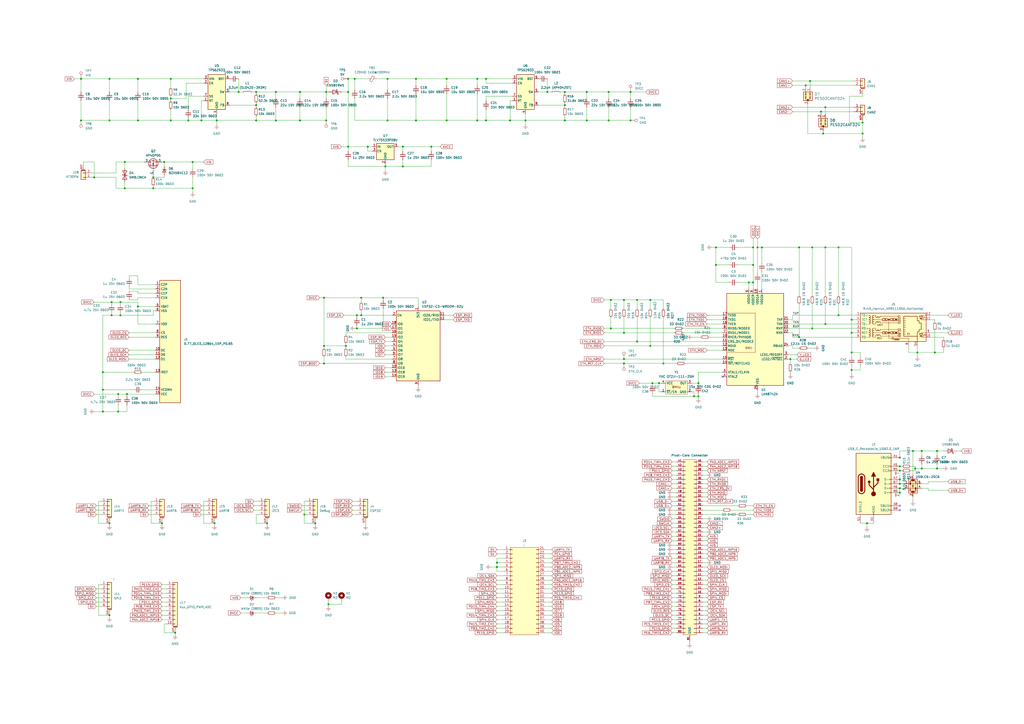
<source format=kicad_sch>
(kicad_sch (version 20231120) (generator "eeschema") (generator_version "8.0")
  (paper "A2")
  (junction (at 64.77 182.88))
  (junction (at 529.59 261.62))
  (junction (at 241.3 69.85))
  (junction (at 542.29 204.47))
  (junction (at 365.76 69.85))
  (junction (at 63.5 69.85))
  (junction (at 471.17 190.5))
  (junction (at 353.06 53.34))
  (junction (at 88.9 109.22))
  (junction (at 353.06 69.85))
  (junction (at 317.5 53.34))
  (junction (at 224.79 69.85))
  (junction (at 59.69 226.06))
  (junction (at 288.29 328.93))
  (junction (at 69.85 182.88))
  (junction (at 201.93 53.34))
  (junction (at 434.34 163.83))
  (junction (at 415.29 143.51))
  (junction (at 224.79 45.72))
  (junction (at 354.33 190.5))
  (junction (at 213.36 85.09))
  (junction (at 327.66 69.85))
  (junction (at 201.93 85.09))
  (junction (at 340.36 69.85))
  (junction (at 187.96 172.72))
  (junction (at 500.38 71.12))
  (junction (at 543.56 271.78))
  (junction (at 361.95 210.82))
  (junction (at 469.9 46.99))
  (junction (at 59.69 238.76))
  (junction (at 436.88 153.67))
  (junction (at 281.94 69.85))
  (junction (at 46.99 45.72))
  (junction (at 494.03 185.42))
  (junction (at 111.76 109.22))
  (junction (at 148.59 69.85))
  (junction (at 382.27 222.25))
  (junction (at 521.97 265.43))
  (junction (at 521.97 270.51))
  (junction (at 250.19 85.09))
  (junction (at 223.52 96.52))
  (junction (at 521.97 283.21))
  (junction (at 439.42 143.51))
  (junction (at 384.81 210.82))
  (junction (at 68.58 228.6))
  (junction (at 494.03 193.04))
  (junction (at 125.73 69.85))
  (junction (at 241.3 45.72))
  (junction (at 378.46 222.25))
  (junction (at 463.55 143.51))
  (junction (at 69.85 175.26))
  (junction (at 205.74 45.72))
  (junction (at 209.55 172.72))
  (junction (at 295.91 69.85))
  (junction (at 486.41 143.51))
  (junction (at 405.13 229.87))
  (junction (at 160.02 53.34))
  (junction (at 233.68 85.09))
  (junction (at 521.97 280.67))
  (junction (at 521.97 278.13))
  (junction (at 534.67 261.62))
  (junction (at 88.9 102.87))
  (junction (at 54.61 102.87))
  (junction (at 532.13 204.47))
  (junction (at 521.97 273.05))
  (junction (at 259.08 69.85))
  (junction (at 502.92 303.53))
  (junction (at 124.46 303.53))
  (junction (at 173.99 53.34))
  (junction (at 138.43 53.34))
  (junction (at 190.5 350.52))
  (junction (at 80.01 177.8))
  (junction (at 99.06 69.85))
  (junction (at 405.13 222.25))
  (junction (at 486.41 182.88))
  (junction (at 471.17 143.51))
  (junction (at 109.22 69.85))
  (junction (at 477.52 77.47))
  (junction (at 233.68 96.52))
  (junction (at 187.96 210.82))
  (junction (at 377.19 200.66))
  (junction (at 369.57 198.12))
  (junction (at 365.76 53.34))
  (junction (at 173.99 69.85))
  (junction (at 73.66 228.6))
  (junction (at 288.29 326.39))
  (junction (at 148.59 53.34))
  (junction (at 80.01 69.85))
  (junction (at 189.23 69.85))
  (junction (at 222.25 172.72))
  (junction (at 116.84 69.85))
  (junction (at 182.88 303.53))
  (junction (at 63.5 303.53))
  (junction (at 276.86 45.72))
  (junction (at 200.66 200.66))
  (junction (at 93.98 303.53))
  (junction (at 99.06 57.15))
  (junction (at 476.25 64.77))
  (junction (at 436.88 163.83))
  (junction (at 354.33 173.99))
  (junction (at 189.23 53.34))
  (junction (at 500.38 77.47))
  (junction (at 340.36 53.34))
  (junction (at 154.94 303.53))
  (junction (at 530.86 271.78))
  (junction (at 478.79 187.96))
  (junction (at 207.01 190.5))
  (junction (at 187.96 200.66))
  (junction (at 521.97 285.75))
  (junction (at 63.5 356.87))
  (junction (at 534.67 271.78))
  (junction (at 415.29 153.67))
  (junction (at 64.77 175.26))
  (junction (at 494.03 204.47))
  (junction (at 361.95 173.99))
  (junction (at 478.79 62.23))
  (junction (at 148.59 60.96))
  (junction (at 276.86 69.85))
  (junction (at 72.39 93.98))
  (junction (at 111.76 93.98))
  (junction (at 463.55 195.58))
  (junction (at 68.58 238.76))
  (junction (at 259.08 45.72))
  (junction (at 494.03 214.63))
  (junction (at 72.39 109.22))
  (junction (at 304.8 69.85))
  (junction (at 361.95 193.04))
  (junction (at 441.96 143.51))
  (junction (at 281.94 45.72))
  (junction (at 209.55 182.88))
  (junction (at 327.66 60.96))
  (junction (at 478.79 143.51))
  (junction (at 543.56 261.62))
  (junction (at 99.06 45.72))
  (junction (at 369.57 173.99))
  (junction (at 46.99 69.85))
  (junction (at 207.01 182.88))
  (junction (at 201.93 45.72))
  (junction (at 377.19 173.99))
  (junction (at 95.25 93.98))
  (junction (at 436.88 143.51))
  (junction (at 176.53 298.45))
  (junction (at 59.69 215.9))
  (junction (at 101.6 367.03))
  (junction (at 63.5 45.72))
  (junction (at 80.01 45.72))
  (junction (at 361.95 208.28))
  (junction (at 160.02 69.85))
  (junction (at 402.59 229.87))
  (junction (at 467.36 49.53))
  (junction (at 327.66 53.34))
  (junction (at 458.47 208.28))
  (no_connect (at 521.97 295.91))
  (no_connect (at 521.97 293.37))
  (no_connect (at 419.1 218.44))
  (wire (pts (xy 521.97 270.51) (xy 523.24 270.51)))
  (wire (pts (xy 410.21 326.39) (xy 407.67 326.39)))
  (wire (pts (xy 281.94 55.88) (xy 281.94 58.42)))
  (wire (pts (xy 397.51 210.82) (xy 419.1 210.82)))
  (wire (pts (xy 486.41 171.45) (xy 486.41 143.51)))
  (wire (pts (xy 492.76 55.88) (xy 492.76 71.12)))
  (wire (pts (xy 200.66 207.01) (xy 200.66 208.28)))
  (wire (pts (xy 63.5 58.42) (xy 63.5 69.85)))
  (wire (pts (xy 63.5 69.85) (xy 80.01 69.85)))
  (wire (pts (xy 73.66 234.95) (xy 73.66 238.76)))
  (wire (pts (xy 276.86 54.61) (xy 276.86 69.85)))
  (wire (pts (xy 486.41 182.88) (xy 496.57 182.88)))
  (wire (pts (xy 99.06 57.15) (xy 107.95 57.15)))
  (wire (pts (xy 433.07 293.37) (xy 436.88 293.37)))
  (wire (pts (xy 405.13 215.9) (xy 405.13 222.25)))
  (wire (pts (xy 80.01 175.26) (xy 69.85 175.26)))
  (wire (pts (xy 111.76 109.22) (xy 88.9 109.22)))
  (wire (pts (xy 400.05 372.11) (xy 400.05 373.38)))
  (wire (pts (xy 80.01 168.91) (xy 74.93 168.91)))
  (wire (pts (xy 223.52 213.36) (xy 227.33 213.36)))
  (wire (pts (xy 521.97 280.67) (xy 519.43 280.67)))
  (wire (pts (xy 148.59 303.53) (xy 154.94 303.53)))
  (wire (pts (xy 288.29 361.95) (xy 292.1 361.95)))
  (wire (pts (xy 93.98 351.79) (xy 96.52 351.79)))
  (wire (pts (xy 436.88 143.51) (xy 436.88 153.67)))
  (wire (pts (xy 436.88 167.64) (xy 436.88 163.83)))
  (wire (pts (xy 213.36 87.63) (xy 213.36 85.09)))
  (wire (pts (xy 95.25 367.03) (xy 101.6 367.03)))
  (wire (pts (xy 160.02 53.34) (xy 160.02 57.15)))
  (wire (pts (xy 111.76 109.22) (xy 111.76 111.76)))
  (wire (pts (xy 457.2 193.04) (xy 459.74 193.04)))
  (wire (pts (xy 185.42 172.72) (xy 187.96 172.72)))
  (wire (pts (xy 288.29 334.01) (xy 292.1 334.01)))
  (wire (pts (xy 327.66 60.96) (xy 327.66 62.23)))
  (wire (pts (xy 499.11 212.09) (xy 499.11 214.63)))
  (wire (pts (xy 200.66 193.04) (xy 227.33 193.04)))
  (wire (pts (xy 365.76 53.34) (xy 374.65 53.34)))
  (wire (pts (xy 204.47 298.45) (xy 207.01 298.45)))
  (wire (pts (xy 407.67 308.61) (xy 410.21 308.61)))
  (wire (pts (xy 350.52 190.5) (xy 354.33 190.5)))
  (wire (pts (xy 46.99 45.72) (xy 63.5 45.72)))
  (wire (pts (xy 361.95 208.28) (xy 419.1 208.28)))
  (wire (pts (xy 478.79 62.23) (xy 478.79 66.04)))
  (wire (pts (xy 478.79 143.51) (xy 471.17 143.51)))
  (wire (pts (xy 528.32 273.05) (xy 530.86 273.05)))
  (wire (pts (xy 415.29 163.83) (xy 415.29 153.67)))
  (wire (pts (xy 463.55 143.51) (xy 463.55 171.45)))
  (wire (pts (xy 116.84 295.91) (xy 119.38 295.91)))
  (wire (pts (xy 72.39 97.79) (xy 72.39 93.98)))
  (wire (pts (xy 468.63 77.47) (xy 477.52 77.47)))
  (wire (pts (xy 519.43 273.05) (xy 521.97 273.05)))
  (wire (pts (xy 95.25 101.6) (xy 95.25 102.87)))
  (wire (pts (xy 148.59 298.45) (xy 148.59 303.53)))
  (wire (pts (xy 67.31 93.98) (xy 67.31 100.33)))
  (wire (pts (xy 392.43 270.51) (xy 389.89 270.51)))
  (wire (pts (xy 457.2 205.74) (xy 462.28 205.74)))
  (wire (pts (xy 72.39 93.98) (xy 83.82 93.98)))
  (wire (pts (xy 439.42 138.43) (xy 439.42 143.51)))
  (wire (pts (xy 350.52 173.99) (xy 354.33 173.99)))
  (wire (pts (xy 205.74 57.15) (xy 205.74 69.85)))
  (wire (pts (xy 410.21 331.47) (xy 407.67 331.47)))
  (wire (pts (xy 542.29 191.77) (xy 542.29 204.47)))
  (wire (pts (xy 436.88 163.83) (xy 436.88 153.67)))
  (wire (pts (xy 527.05 204.47) (xy 532.13 204.47)))
  (wire (pts (xy 297.18 58.42) (xy 295.91 58.42)))
  (wire (pts (xy 205.74 45.72) (xy 213.36 45.72)))
  (wire (pts (xy 209.55 182.88) (xy 209.55 180.34)))
  (wire (pts (xy 392.43 278.13) (xy 389.89 278.13)))
  (wire (pts (xy 389.89 349.25) (xy 392.43 349.25)))
  (wire (pts (xy 494.03 207.01) (xy 494.03 204.47)))
  (wire (pts (xy 353.06 62.23) (xy 353.06 69.85)))
  (wire (pts (xy 250.19 85.09) (xy 255.27 85.09)))
  (wire (pts (xy 405.13 228.6) (xy 405.13 229.87)))
  (wire (pts (xy 353.06 53.34) (xy 353.06 57.15)))
  (wire (pts (xy 502.92 303.53) (xy 502.92 306.07)))
  (wire (pts (xy 55.88 298.45) (xy 58.42 298.45)))
  (wire (pts (xy 521.97 280.67) (xy 524.51 280.67)))
  (wire (pts (xy 410.21 364.49) (xy 407.67 364.49)))
  (wire (pts (xy 316.23 341.63) (xy 320.04 341.63)))
  (wire (pts (xy 212.09 303.53) (xy 212.09 304.8)))
  (wire (pts (xy 201.93 85.09) (xy 213.36 85.09)))
  (wire (pts (xy 317.5 53.34) (xy 320.04 53.34)))
  (wire (pts (xy 46.99 53.34) (xy 46.99 45.72)))
  (wire (pts (xy 224.79 45.72) (xy 241.3 45.72)))
  (wire (pts (xy 392.43 285.75) (xy 389.89 285.75)))
  (wire (pts (xy 173.99 62.23) (xy 173.99 69.85)))
  (wire (pts (xy 494.03 193.04) (xy 496.57 193.04)))
  (wire (pts (xy 118.11 48.26) (xy 107.95 48.26)))
  (wire (pts (xy 389.89 331.47) (xy 392.43 331.47)))
  (wire (pts (xy 205.74 69.85) (xy 224.79 69.85)))
  (wire (pts (xy 297.18 55.88) (xy 281.94 55.88)))
  (wire (pts (xy 530.86 270.51) (xy 530.86 271.78)))
  (wire (pts (xy 312.42 53.34) (xy 317.5 53.34)))
  (wire (pts (xy 63.5 356.87) (xy 63.5 358.14)))
  (wire (pts (xy 200.66 201.93) (xy 200.66 200.66)))
  (wire (pts (xy 410.21 321.31) (xy 407.67 321.31)))
  (wire (pts (xy 154.94 303.53) (xy 154.94 304.8)))
  (wire (pts (xy 201.93 92.71) (xy 201.93 96.52)))
  (wire (pts (xy 288.29 331.47) (xy 292.1 331.47)))
  (wire (pts (xy 521.97 265.43) (xy 521.97 261.62)))
  (wire (pts (xy 389.89 351.79) (xy 392.43 351.79)))
  (wire (pts (xy 392.43 311.15) (xy 389.89 311.15)))
  (wire (pts (xy 288.29 359.41) (xy 292.1 359.41)))
  (wire (pts (xy 63.5 303.53) (xy 63.5 304.8)))
  (wire (pts (xy 222.25 172.72) (xy 242.57 172.72)))
  (wire (pts (xy 276.86 69.85) (xy 281.94 69.85)))
  (wire (pts (xy 125.73 69.85) (xy 125.73 72.39)))
  (wire (pts (xy 459.74 182.88) (xy 486.41 182.88)))
  (wire (pts (xy 410.21 203.2) (xy 419.1 203.2)))
  (wire (pts (xy 118.11 290.83) (xy 118.11 303.53)))
  (wire (pts (xy 88.9 102.87) (xy 95.25 102.87)))
  (wire (pts (xy 463.55 176.53) (xy 463.55 195.58)))
  (wire (pts (xy 288.29 349.25) (xy 292.1 349.25)))
  (wire (pts (xy 218.44 45.72) (xy 224.79 45.72)))
  (wire (pts (xy 86.36 293.37) (xy 88.9 293.37)))
  (wire (pts (xy 201.93 96.52) (xy 223.52 96.52)))
  (wire (pts (xy 389.89 364.49) (xy 392.43 364.49)))
  (wire (pts (xy 467.36 49.53) (xy 495.3 49.53)))
  (wire (pts (xy 457.2 187.96) (xy 478.79 187.96)))
  (wire (pts (xy 72.39 109.22) (xy 88.9 109.22)))
  (wire (pts (xy 427.99 153.67) (xy 436.88 153.67)))
  (wire (pts (xy 396.24 193.04) (xy 419.1 193.04)))
  (wire (pts (xy 288.29 344.17) (xy 292.1 344.17)))
  (wire (pts (xy 500.38 54.61) (xy 500.38 55.88)))
  (wire (pts (xy 500.38 71.12) (xy 500.38 69.85)))
  (wire (pts (xy 116.84 69.85) (xy 125.73 69.85)))
  (wire (pts (xy 74.93 167.64) (xy 74.93 166.37)))
  (wire (pts (xy 288.29 328.93) (xy 288.29 331.47)))
  (wire (pts (xy 369.57 198.12) (xy 419.1 198.12)))
  (wire (pts (xy 82.55 226.06) (xy 90.17 226.06)))
  (wire (pts (xy 410.21 182.88) (xy 419.1 182.88)))
  (wire (pts (xy 494.03 185.42) (xy 494.03 143.51)))
  (wire (pts (xy 353.06 53.34) (xy 365.76 53.34)))
  (wire (pts (xy 133.35 60.96) (xy 148.59 60.96)))
  (wire (pts (xy 189.23 49.53) (xy 189.23 53.34)))
  (wire (pts (xy 231.14 85.09) (xy 233.68 85.09)))
  (wire (pts (xy 80.01 177.8) (xy 80.01 187.96)))
  (wire (pts (xy 241.3 49.53) (xy 241.3 45.72)))
  (wire (pts (xy 389.89 318.77) (xy 392.43 318.77)))
  (wire (pts (xy 200.66 208.28) (xy 227.33 208.28)))
  (wire (pts (xy 389.89 356.87) (xy 392.43 356.87)))
  (wire (pts (xy 469.9 46.99) (xy 469.9 50.8)))
  (wire (pts (xy 389.89 367.03) (xy 392.43 367.03)))
  (wire (pts (xy 500.38 80.01) (xy 500.38 77.47)))
  (wire (pts (xy 486.41 143.51) (xy 478.79 143.51)))
  (wire (pts (xy 109.22 55.88) (xy 109.22 63.5)))
  (wire (pts (xy 407.67 311.15) (xy 410.21 311.15)))
  (wire (pts (xy 54.61 93.98) (xy 54.61 102.87)))
  (wire (pts (xy 316.23 356.87) (xy 320.04 356.87)))
  (wire (pts (xy 187.96 172.72) (xy 209.55 172.72)))
  (wire (pts (xy 519.43 285.75) (xy 521.97 285.75)))
  (wire (pts (xy 316.23 346.71) (xy 320.04 346.71)))
  (wire (pts (xy 405.13 229.87) (xy 405.13 231.14)))
  (wire (pts (xy 288.29 354.33) (xy 292.1 354.33)))
  (wire (pts (xy 111.76 93.98) (xy 118.11 93.98)))
  (wire (pts (xy 201.93 45.72) (xy 201.93 53.34)))
  (wire (pts (xy 316.23 323.85) (xy 320.04 323.85)))
  (wire (pts (xy 410.21 346.71) (xy 407.67 346.71)))
  (wire (pts (xy 478.79 176.53) (xy 478.79 187.96)))
  (wire (pts (xy 53.34 102.87) (xy 54.61 102.87)))
  (wire (pts (xy 316.23 318.77) (xy 320.04 318.77)))
  (wire (pts (xy 389.89 341.63) (xy 392.43 341.63)))
  (wire (pts (xy 350.52 200.66) (xy 377.19 200.66)))
  (wire (pts (xy 118.11 55.88) (xy 109.22 55.88)))
  (wire (pts (xy 57.15 290.83) (xy 58.42 290.83)))
  (wire (pts (xy 173.99 53.34) (xy 173.99 57.15)))
  (wire (pts (xy 538.48 280.67) (xy 538.48 279.4)))
  (wire (pts (xy 281.94 48.26) (xy 281.94 45.72)))
  (wire (pts (xy 410.21 359.41) (xy 407.67 359.41)))
  (wire (pts (xy 64.77 182.88) (xy 64.77 181.61)))
  (wire (pts (xy 538.48 284.48) (xy 549.91 284.48)))
  (wire (pts (xy 471.17 190.5) (xy 496.57 190.5)))
  (wire (pts (xy 281.94 45.72) (xy 297.18 45.72)))
  (wire (pts (xy 74.93 208.28) (xy 90.17 208.28)))
  (wire (pts (xy 410.21 334.01) (xy 407.67 334.01)))
  (wire (pts (xy 412.75 143.51) (xy 415.29 143.51)))
  (wire (pts (xy 204.47 295.91) (xy 207.01 295.91)))
  (wire (pts (xy 459.74 200.66) (xy 457.2 200.66)))
  (wire (pts (xy 539.75 195.58) (xy 547.37 195.58)))
  (wire (pts (xy 215.9 87.63) (xy 213.36 87.63)))
  (wire (pts (xy 543.56 261.62) (xy 547.37 261.62)))
  (wire (pts (xy 459.74 193.04) (xy 459.74 195.58)))
  (wire (pts (xy 87.63 290.83) (xy 88.9 290.83)))
  (wire (pts (xy 198.12 85.09) (xy 201.93 85.09)))
  (wire (pts (xy 529.59 261.62) (xy 529.59 275.59)))
  (wire (pts (xy 457.2 208.28) (xy 458.47 208.28)))
  (wire (pts (xy 148.59 69.85) (xy 125.73 69.85)))
  (wire (pts (xy 204.47 293.37) (xy 207.01 293.37)))
  (wire (pts (xy 223.52 198.12) (xy 227.33 198.12)))
  (wire (pts (xy 224.79 57.15) (xy 224.79 69.85)))
  (wire (pts (xy 392.43 306.07) (xy 389.89 306.07)))
  (wire (pts (xy 361.95 193.04) (xy 391.16 193.04)))
  (wire (pts (xy 176.53 298.45) (xy 176.53 303.53)))
  (wire (pts (xy 529.59 288.29) (xy 529.59 290.83)))
  (wire (pts (xy 410.21 349.25) (xy 407.67 349.25)))
  (wire (pts (xy 160.02 355.6) (xy 163.83 355.6)))
  (wire (pts (xy 327.66 69.85) (xy 340.36 69.85)))
  (wire (pts (xy 519.43 278.13) (xy 521.97 278.13)))
  (wire (pts (xy 353.06 69.85) (xy 365.76 69.85)))
  (wire (pts (xy 407.67 288.29) (xy 410.21 288.29)))
  (wire (pts (xy 519.43 270.51) (xy 521.97 270.51)))
  (wire (pts (xy 469.9 46.99) (xy 495.3 46.99)))
  (wire (pts (xy 500.38 71.12) (xy 500.38 77.47)))
  (wire (pts (xy 519.43 283.21) (xy 521.97 283.21)))
  (wire (pts (xy 250.19 85.09) (xy 250.19 87.63)))
  (wire (pts (xy 190.5 349.25) (xy 190.5 350.52)))
  (wire (pts (xy 80.01 172.72) (xy 90.17 172.72)))
  (wire (pts (xy 57.15 290.83) (xy 57.15 303.53)))
  (wire (pts (xy 502.92 303.53) (xy 506.73 303.53)))
  (wire (pts (xy 93.98 341.63) (xy 96.52 341.63)))
  (wire (pts (xy 378.46 229.87) (xy 402.59 229.87)))
  (wire (pts (xy 316.23 344.17) (xy 320.04 344.17)))
  (wire (pts (xy 124.46 303.53) (xy 124.46 304.8)))
  (wire (pts (xy 88.9 180.34) (xy 90.17 180.34)))
  (wire (pts (xy 530.86 271.78) (xy 530.86 273.05)))
  (wire (pts (xy 187.96 207.01) (xy 187.96 210.82)))
  (wire (pts (xy 241.3 69.85) (xy 259.08 69.85)))
  (wire (pts (xy 410.21 341.63) (xy 407.67 341.63)))
  (wire (pts (xy 59.69 215.9) (xy 59.69 182.88)))
  (wire (pts (xy 82.55 215.9) (xy 90.17 215.9)))
  (wire (pts (xy 87.63 303.53) (xy 93.98 303.53)))
  (wire (pts (xy 80.01 173.99) (xy 80.01 172.72)))
  (wire (pts (xy 547.37 195.58) (xy 547.37 196.85)))
  (wire (pts (xy 365.76 62.23) (xy 365.76 69.85)))
  (wire (pts (xy 543.56 271.78) (xy 547.37 271.78)))
  (wire (pts (xy 361.95 210.82) (xy 384.81 210.82)))
  (wire (pts (xy 288.29 346.71) (xy 292.1 346.71)))
  (wire (pts (xy 340.36 69.85) (xy 353.06 69.85)))
  (wire (pts (xy 384.81 173.99) (xy 377.19 173.99)))
  (wire (pts (xy 384.81 179.07) (xy 384.81 173.99)))
  (wire (pts (xy 459.74 49.53) (xy 467.36 49.53)))
  (wire (pts (xy 478.79 143.51) (xy 478.79 171.45)))
  (wire (pts (xy 198.12 53.34) (xy 201.93 53.34)))
  (wire (pts (xy 88.9 107.95) (xy 88.9 109.22)))
  (wire (pts (xy 539.75 193.04) (xy 549.91 193.04)))
  (wire (pts (xy 187.96 210.82) (xy 227.33 210.82)))
  (wire (pts (xy 457.2 190.5) (xy 471.17 190.5)))
  (wire (pts (xy 54.61 238.76) (xy 59.69 238.76)))
  (wire (pts (xy 67.31 109.22) (xy 72.39 109.22)))
  (wire (pts (xy 93.98 354.33) (xy 96.52 354.33)))
  (wire (pts (xy 148.59 59.69) (xy 148.59 60.96)))
  (wire (pts (xy 288.29 323.85) (xy 292.1 323.85)))
  (wire (pts (xy 316.23 361.95) (xy 320.04 361.95)))
  (wire (pts (xy 410.21 339.09) (xy 407.67 339.09)))
  (wire (pts (xy 200.66 194.31) (xy 200.66 193.04)))
  (wire (pts (xy 327.66 53.34) (xy 340.36 53.34)))
  (wire (pts (xy 382.27 222.25) (xy 382.27 227.33)))
  (wire (pts (xy 534.67 264.16) (xy 534.67 261.62)))
  (wire (pts (xy 118.11 290.83) (xy 119.38 290.83)))
  (wire (pts (xy 204.47 290.83) (xy 207.01 290.83)))
  (wire (pts (xy 295.91 69.85) (xy 304.8 69.85)))
  (wire (pts (xy 259.08 49.53) (xy 259.08 45.72)))
  (wire (pts (xy 389.89 339.09) (xy 392.43 339.09)))
  (wire (pts (xy 405.13 229.87) (xy 402.59 229.87)))
  (wire (pts (xy 116.84 293.37) (xy 119.38 293.37)))
  (wire (pts (xy 316.23 336.55) (xy 320.04 336.55)))
  (wire (pts (xy 494.03 212.09) (xy 494.03 214.63)))
  (wire (pts (xy 118.11 58.42) (xy 116.84 58.42)))
  (wire (pts (xy 477.52 77.47) (xy 500.38 77.47)))
  (wire (pts (xy 67.31 93.98) (xy 72.39 93.98)))
  (wire (pts (xy 499.11 214.63) (xy 494.03 214.63)))
  (wire (pts (xy 496.57 185.42) (xy 494.03 185.42)))
  (wire (pts (xy 547.37 201.93) (xy 547.37 204.47)))
  (wire (pts (xy 176.53 290.83) (xy 177.8 290.83)))
  (wire (pts (xy 88.9 182.88) (xy 69.85 182.88)))
  (wire (pts (xy 369.57 184.15) (xy 369.57 198.12)))
  (wire (pts (xy 48.26 93.98) (xy 54.61 93.98)))
  (wire (pts (xy 87.63 290.83) (xy 87.63 303.53)))
  (wire (pts (xy 554.99 261.62) (xy 557.53 261.62)))
  (wire (pts (xy 459.74 201.93) (xy 463.55 201.93)))
  (wire (pts (xy 389.89 346.71) (xy 392.43 346.71)))
  (wire (pts (xy 392.43 288.29) (xy 389.89 288.29)))
  (wire (pts (xy 257.81 182.88) (xy 262.89 182.88)))
  (wire (pts (xy 148.59 69.85) (xy 148.59 67.31)))
  (wire (pts (xy 316.23 326.39) (xy 320.04 326.39)))
  (wire (pts (xy 88.9 101.6) (xy 88.9 102.87)))
  (wire (pts (xy 410.21 318.77) (xy 407.67 318.77)))
  (wire (pts (xy 99.06 57.15) (xy 99.06 58.42)))
  (wire (pts (xy 95.25 93.98) (xy 93.98 93.98)))
  (wire (pts (xy 90.17 170.18) (xy 80.01 170.18)))
  (wire (pts (xy 222.25 172.72) (xy 222.25 173.99)))
  (wire (pts (xy 434.34 163.83) (xy 434.34 167.64)))
  (wire (pts (xy 407.67 306.07) (xy 410.21 306.07)))
  (wire (pts (xy 185.42 210.82) (xy 187.96 210.82)))
  (wire (pts (xy 316.23 328.93) (xy 320.04 328.93)))
  (wire (pts (xy 109.22 68.58) (xy 109.22 69.85)))
  (wire (pts (xy 55.88 349.25) (xy 58.42 349.25)))
  (wire (pts (xy 288.29 364.49) (xy 292.1 364.49)))
  (wire (pts (xy 459.74 185.42) (xy 459.74 182.88)))
  (wire (pts (xy 304.8 69.85) (xy 304.8 72.39)))
  (wire (pts (xy 463.55 195.58) (xy 496.57 195.58)))
  (wire (pts (xy 392.43 308.61) (xy 389.89 308.61)))
  (wire (pts (xy 205.74 190.5) (xy 207.01 190.5)))
  (wire (pts (xy 396.24 190.5) (xy 419.1 190.5)))
  (wire (pts (xy 57.15 339.09) (xy 58.42 339.09)))
  (wire (pts (xy 441.96 157.48) (xy 441.96 167.64)))
  (wire (pts (xy 242.57 223.52) (xy 242.57 224.79)))
  (wire (pts (xy 415.29 143.51) (xy 415.29 153.67)))
  (wire (pts (xy 147.32 290.83) (xy 149.86 290.83)))
  (wire (pts (xy 242.57 172.72) (xy 242.57 177.8)))
  (wire (pts (xy 327.66 69.85) (xy 327.66 67.31)))
  (wire (pts (xy 384.81 184.15) (xy 384.81 210.82)))
  (wire (pts (xy 223.52 218.44) (xy 227.33 218.44)))
  (wire (pts (xy 57.15 356.87) (xy 63.5 356.87)))
  (wire (pts (xy 392.43 267.97) (xy 389.89 267.97)))
  (wire (pts (xy 410.21 336.55) (xy 407.67 336.55)))
  (wire (pts (xy 80.01 69.85) (xy 99.06 69.85)))
  (wire (pts (xy 111.76 102.87) (xy 111.76 109.22)))
  (wire (pts (xy 73.66 228.6) (xy 73.66 229.87)))
  (wire (pts (xy 223.52 203.2) (xy 227.33 203.2)))
  (wire (pts (xy 392.43 303.53) (xy 389.89 303.53)))
  (wire (pts (xy 63.5 45.72) (xy 80.01 45.72)))
  (wire (pts (xy 148.59 53.34) (xy 148.59 54.61)))
  (wire (pts (xy 241.3 54.61) (xy 241.3 69.85)))
  (wire (pts (xy 325.12 53.34) (xy 327.66 53.34)))
  (wire (pts (xy 177.8 298.45) (xy 176.53 298.45)))
  (wire (pts (xy 288.29 321.31) (xy 292.1 321.31)))
  (wire (pts (xy 532.13 204.47) (xy 542.29 204.47)))
  (wire (pts (xy 209.55 172.72) (xy 222.25 172.72)))
  (wire (pts (xy 471.17 176.53) (xy 471.17 190.5)))
  (wire (pts (xy 69.85 182.88) (xy 64.77 182.88)))
  (wire (pts (xy 407.67 273.05) (xy 410.21 273.05)))
  (wire (pts (xy 160.02 62.23) (xy 160.02 69.85)))
  (wire (pts (xy 389.89 344.17) (xy 392.43 344.17)))
  (wire (pts (xy 468.63 201.93) (xy 472.44 201.93)))
  (wire (pts (xy 316.23 364.49) (xy 320.04 364.49)))
  (wire (pts (xy 138.43 53.34) (xy 133.35 53.34)))
  (wire (pts (xy 281.94 63.5) (xy 281.94 69.85)))
  (wire (pts (xy 538.48 279.4) (xy 549.91 279.4)))
  (wire (pts (xy 457.2 185.42) (xy 459.74 185.42)))
  (wire (pts (xy 529.59 261.62) (xy 534.67 261.62)))
  (wire (pts (xy 160.02 346.71) (xy 163.83 346.71)))
  (wire (pts (xy 68.58 228.6) (xy 68.58 229.87)))
  (wire (pts (xy 542.29 186.69) (xy 542.29 185.42)))
  (wire (pts (xy 378.46 222.25) (xy 378.46 223.52)))
  (wire (pts (xy 48.26 95.25) (xy 48.26 93.98)))
  (wire (pts (xy 494.03 143.51) (xy 486.41 143.51)))
  (wire (pts (xy 288.29 323.85) (xy 288.29 326.39)))
  (wire (pts (xy 95.25 93.98) (xy 111.76 93.98)))
  (wire (pts (xy 199.39 182.88) (xy 207.01 182.88)))
  (wire (pts (xy 392.43 273.05) (xy 389.89 273.05)))
  (wire (pts (xy 80.01 45.72) (xy 99.06 45.72)))
  (wire (pts (xy 478.79 62.23) (xy 495.3 62.23)))
  (wire (pts (xy 209.55 175.26) (xy 209.55 172.72)))
  (wire (pts (xy 327.66 69.85) (xy 304.8 69.85)))
  (wire (pts (xy 389.89 334.01) (xy 392.43 334.01)))
  (wire (pts (xy 207.01 190.5) (xy 222.25 190.5)))
  (wire (pts (xy 297.18 48.26) (xy 281.94 48.26)))
  (wire (pts (xy 410.21 356.87) (xy 407.67 356.87)))
  (wire (pts (xy 467.36 49.53) (xy 467.36 50.8)))
  (wire (pts (xy 201.93 85.09) (xy 201.93 87.63)))
  (wire (pts (xy 377.19 200.66) (xy 419.1 200.66)))
  (wire (pts (xy 288.29 341.63) (xy 292.1 341.63)))
  (wire (pts (xy 441.96 152.4) (xy 441.96 143.51)))
  (wire (pts (xy 542.29 204.47) (xy 547.37 204.47)))
  (wire (pts (xy 402.59 229.87) (xy 402.59 227.33)))
  (wire (pts (xy 288.29 326.39) (xy 292.1 326.39)))
  (wire (pts (xy 407.67 298.45) (xy 427.99 298.45)))
  (wire (pts (xy 389.89 323.85) (xy 392.43 323.85)))
  (wire (pts (xy 354.33 173.99) (xy 361.95 173.99)))
  (wire (pts (xy 499.11 204.47) (xy 494.03 204.47)))
  (wire (pts (xy 427.99 143.51) (xy 436.88 143.51)))
  (wire (pts (xy 73.66 238.76) (xy 68.58 238.76)))
  (wire (pts (xy 148.59 69.85) (xy 160.02 69.85)))
  (wire (pts (xy 80.01 170.18) (xy 80.01 168.91)))
  (wire (pts (xy 80.01 187.96) (xy 90.17 187.96)))
  (wire (pts (xy 68.58 234.95) (xy 68.58 238.76)))
  (wire (pts (xy 405.13 222.25) (xy 401.32 222.25)))
  (wire (pts (xy 138.43 53.34) (xy 140.97 53.34)))
  (wire (pts (xy 411.48 195.58) (xy 419.1 195.58)))
  (wire (pts (xy 147.32 293.37) (xy 149.86 293.37)))
  (wire (pts (xy 55.88 346.71) (xy 58.42 346.71)))
  (wire (pts (xy 93.98 356.87) (xy 96.52 356.87)))
  (wire (pts (xy 527.05 200.66) (xy 527.05 204.47)))
  (wire (pts (xy 459.74 195.58) (xy 463.55 195.58)))
  (wire (pts (xy 441.96 143.51) (xy 439.42 143.51)))
  (wire (pts (xy 200.66 200.66) (xy 187.96 200.66)))
  (wire (pts (xy 407.67 295.91) (xy 419.1 295.91)))
  (wire (pts (xy 55.88 344.17) (xy 58.42 344.17)))
  (wire (pts (xy 64.77 176.53) (xy 64.77 175.26)))
  (wire (pts (xy 59.69 238.76) (xy 59.69 226.06)))
  (wire (pts (xy 233.68 85.09) (xy 233.68 87.63)))
  (wire (pts (xy 468.63 60.96) (xy 468.63 77.47)))
  (wire (pts (xy 224.79 52.07) (xy 224.79 45.72)))
  (wire (pts (xy 175.26 295.91) (xy 177.8 295.91)))
  (wire (pts (xy 407.67 270.51) (xy 410.21 270.51)))
  (wire (pts (xy 96.52 361.95) (xy 95.25 361.95)))
  (wire (pts (xy 288.29 351.79) (xy 292.1 351.79)))
  (wire (pts (xy 189.23 62.23) (xy 189.23 69.85)))
  (wire (pts (xy 93.98 303.53) (xy 93.98 304.8)))
  (wire (pts (xy 139.7 355.6) (xy 143.51 355.6)))
  (wire (pts (xy 69.85 181.61) (xy 69.85 182.88)))
  (wire (pts (xy 222.25 179.07) (xy 222.25 190.5)))
  (wire (pts (xy 233.68 85.09) (xy 250.19 85.09)))
  (wire (pts (xy 223.52 96.52) (xy 223.52 99.06)))
  (wire (pts (xy 233.68 92.71) (xy 233.68 96.52)))
  (wire (pts (xy 86.36 295.91) (xy 88.9 295.91)))
  (wire (pts (xy 207.01 190.5) (xy 207.01 189.23)))
  (wire (pts (xy 54.61 228.6) (xy 68.58 228.6)))
  (wire (pts (xy 80.01 160.02) (xy 80.01 165.1)))
  (wire (pts (xy 304.8 66.04) (xy 304.8 69.85)))
  (wire (pts (xy 111.76 93.98) (xy 111.76 97.79)))
  (wire (pts (xy 407.67 283.21) (xy 410.21 283.21)))
  (wire (pts (xy 354.33 190.5) (xy 391.16 190.5)))
  (wire (pts (xy 207.01 182.88) (xy 209.55 182.88)))
  (wire (pts (xy 109.22 69.85) (xy 116.84 69.85)))
  (wire (pts (xy 80.01 53.34) (xy 80.01 45.72)))
  (wire (pts (xy 200.66 199.39) (xy 200.66 200.66)))
  (wire (pts (xy 63.5 53.34) (xy 63.5 45.72)))
  (wire (pts (xy 521.97 278.13) (xy 521.97 275.59)))
  (wire (pts (xy 439.42 226.06) (xy 439.42 228.6)))
  (wire (pts (xy 377.19 173.99) (xy 377.19 179.07)))
  (wire (pts (xy 95.25 96.52) (xy 95.25 93.98)))
  (wire (pts (xy 198.12 350.52) (xy 198.12 349.25)))
  (wire (pts (xy 405.13 223.52) (xy 405.13 222.25)))
  (wire (pts (xy 410.21 185.42) (xy 419.1 185.42)))
  (wire (pts (xy 189.23 53.34) (xy 190.5 53.34)))
  (wire (pts (xy 539.75 182.88) (xy 549.91 182.88)))
  (wire (pts (xy 407.67 278.13) (xy 410.21 278.13)))
  (wire (pts (xy 93.98 349.25) (xy 96.52 349.25)))
  (wire (pts (xy 316.23 321.31) (xy 320.04 321.31)))
  (wire (pts (xy 521.97 288.29) (xy 521.97 285.75)))
  (wire (pts (xy 407.67 300.99) (xy 410.21 300.99)))
  (wire (pts (xy 415.29 153.67) (xy 422.91 153.67)))
  (wire (pts (xy 377.19 184.15) (xy 377.19 200.66)))
  (wire (pts (xy 361.95 173.99) (xy 361.95 179.07)))
  (wire (pts (xy 389.89 361.95) (xy 392.43 361.95)))
  (wire (pts (xy 534.67 280.67) (xy 538.48 280.67)))
  (wire (pts (xy 458.47 208.28) (xy 458.47 210.82)))
  (wire (pts (xy 392.43 280.67) (xy 389.89 280.67)))
  (wire (pts (xy 378.46 222.25) (xy 382.27 222.25)))
  (wire (pts (xy 288.29 326.39) (xy 288.29 328.93)))
  (wire (pts (xy 250.19 92.71) (xy 250.19 96.52)))
  (wire (pts (xy 312.42 60.96) (xy 327.66 60.96)))
  (wire (pts (xy 424.18 295.91) (xy 436.88 295.91)))
  (wire (pts (xy 99.06 45.72) (xy 99.06 50.8)))
  (wire (pts (xy 80.01 177.8) (xy 80.01 175.26)))
  (wire (pts (xy 392.43 283.21) (xy 389.89 283.21)))
  (wire (pts (xy 316.23 349.25) (xy 320.04 349.25)))
  (wire (pts (xy 227.33 182.88) (xy 209.55 182.88)))
  (wire (pts (xy 369.57 173.99) (xy 369.57 179.07)))
  (wire (pts (xy 59.69 226.06) (xy 59.69 215.9)))
  (wire (pts (xy 521.97 283.21) (xy 521.97 285.75)))
  (wire (pts (xy 486.41 176.53) (xy 486.41 182.88)))
  (wire (pts (xy 259.08 45.72) (xy 276.86 45.72)))
  (wire (pts (xy 80.01 58.42) (xy 80.01 69.85)))
  (wire (pts (xy 59.69 215.9) (xy 77.47 215.9)))
  (wire (pts (xy 521.97 278.13) (xy 521.97 280.67)))
  (wire (pts (xy 288.29 367.03) (xy 292.1 367.03)))
  (wire (pts (xy 57.15 303.53) (xy 63.5 303.53)))
  (wire (pts (xy 543.56 269.24) (xy 543.56 271.78)))
  (wire (pts (xy 410.21 361.95) (xy 407.67 361.95)))
  (wire (pts (xy 233.68 96.52) (xy 250.19 96.52)))
  (wire (pts (xy 90.17 167.64) (xy 74.93 167.64)))
  (wire (pts (xy 88.9 180.34) (xy 88.9 182.88)))
  (wire (pts (xy 407.67 285.75) (xy 410.21 285.75)))
  (wire (pts (xy 276.86 45.72) (xy 281.94 45.72)))
  (wire (pts (xy 288.29 356.87) (xy 292.1 356.87)))
  (wire (pts (xy 471.17 143.51) (xy 471.17 171.45)))
  (wire (pts (xy 99.06 63.5) (xy 99.06 69.85)))
  (wire (pts (xy 407.67 275.59) (xy 410.21 275.59)))
  (wire (pts (xy 407.67 313.69) (xy 410.21 313.69)))
  (wire (pts (xy 350.52 193.04) (xy 361.95 193.04)))
  (wire (pts (xy 459.74 62.23) (xy 478.79 62.23)))
  (wire (pts (xy 530.86 270.51) (xy 528.32 270.51)))
  (wire (pts (xy 459.74 201.93) (xy 459.74 200.66)))
  (wire (pts (xy 500.38 55.88) (xy 492.76 55.88)))
  (wire (pts (xy 439.42 143.51) (xy 439.42 158.75)))
  (wire (pts (xy 361.95 173.99) (xy 369.57 173.99)))
  (wire (pts (xy 259.08 54.61) (xy 259.08 69.85)))
  (wire (pts (xy 384.81 210.82) (xy 392.43 210.82)))
  (wire (pts (xy 478.79 187.96) (xy 496.57 187.96)))
  (wire (pts (xy 223.52 96.52) (xy 223.52 95.25)))
  (wire (pts (xy 538.48 283.21) (xy 538.48 284.48)))
  (wire (pts (xy 233.68 96.52) (xy 223.52 96.52)))
  (wire (pts (xy 534.67 271.78) (xy 543.56 271.78)))
  (wire (pts (xy 410.21 351.79) (xy 407.67 351.79)))
  (wire (pts (xy 201.93 53.34) (xy 201.93 85.09)))
  (wire (pts (xy 519.43 265.43) (xy 521.97 265.43)))
  (wire (pts (xy 410.21 367.03) (xy 407.67 367.03)))
  (wire (pts (xy 148.59 346.71) (xy 154.94 346.71)))
  (wire (pts (xy 74.93 173.99) (xy 80.01 173.99)))
  (wire (pts (xy 173.99 69.85) (xy 189.23 69.85)))
  (wire (pts (xy 276.86 49.53) (xy 276.86 45.72)))
  (wire (pts (xy 223.52 200.66) (xy 227.33 200.66)))
  (wire (pts (xy 340.36 53.34) (xy 353.06 53.34)))
  (wire (pts (xy 350.52 208.28) (xy 361.95 208.28)))
  (wire (pts (xy 407.67 290.83) (xy 410.21 290.83)))
  (wire (pts (xy 55.88 295.91) (xy 58.42 295.91)))
  (wire (pts (xy 213.36 85.09) (xy 215.9 85.09)))
  (wire (pts (xy 354.33 173.99) (xy 354.33 179.07)))
  (wire (pts (xy 427.99 163.83) (xy 434.34 163.83)))
  (wire (pts (xy 383.54 227.33) (xy 382.27 227.33)))
  (wire (pts (xy 317.5 45.72) (xy 317.5 53.34)))
  (wire (pts (xy 93.98 346.71) (xy 96.52 346.71)))
  (wire (pts (xy 67.31 102.87) (xy 67.31 109.22)))
  (wire (pts (xy 99.06 69.85) (xy 109.22 69.85)))
  (wire (pts (xy 160.02 53.34) (xy 173.99 53.34)))
  (wire (pts (xy 499.11 207.01) (xy 499.11 204.47)))
  (wire (pts (xy 107.95 48.26) (xy 107.95 57.15)))
  (wire (pts (xy 187.96 200.66) (xy 187.96 201.93)))
  (wire (pts (xy 392.43 275.59) (xy 389.89 275.59)))
  (wire (pts (xy 369.57 173.99) (xy 377.19 173.99)))
  (wire (pts (xy 57.15 339.09) (xy 57.15 356.87)))
  (wire (pts (xy 410.21 354.33) (xy 407.67 354.33)))
  (wire (pts (xy 340.36 53.34) (xy 340.36 57.15)))
  (wire (pts (xy 389.89 321.31) (xy 392.43 321.31)))
  (wire (pts (xy 392.43 293.37) (xy 389.89 293.37)))
  (wire (pts (xy 72.39 105.41) (xy 72.39 109.22)))
  (wire (pts (xy 477.52 77.47) (xy 477.52 76.2)))
  (wire (pts (xy 176.53 298.45) (xy 176.53 290.83)))
  (wire (pts (xy 534.67 269.24) (xy 534.67 271.78)))
  (wire (pts (xy 389.89 359.41) (xy 392.43 359.41)))
  (wire (pts (xy 205.74 52.07) (xy 205.74 45.72)))
  (wire (pts (xy 74.93 161.29) (xy 74.93 160.02)))
  (wire (pts (xy 46.99 58.42) (xy 46.99 69.85)))
  (wire (pts (xy 534.67 261.62) (xy 543.56 261.62)))
  (wire (pts (xy 407.67 267.97) (xy 410.21 267.97)))
  (wire (pts (xy 160.02 69.85) (xy 173.99 69.85)))
  (wire (pts (xy 458.47 215.9) (xy 458.47 217.17)))
  (wire (pts (xy 148.59 53.34) (xy 160.02 53.34)))
  (wire (pts (xy 434.34 163.83) (xy 436.88 163.83)))
  (wire (pts (xy 410.21 187.96) (xy 419.1 187.96)))
  (wire (pts (xy 350.52 210.82) (xy 361.95 210.82)))
  (wire (pts (xy 54.61 175.26) (xy 64.77 175.26)))
  (wire (pts (xy 327.66 60.96) (xy 327.66 59.69)))
  (wire (pts (xy 316.23 334.01) (xy 320.04 334.01)))
  (wire (pts (xy 392.43 295.91) (xy 389.89 295.91)))
  (wire (pts (xy 175.26 293.37) (xy 177.8 293.37)))
  (wire (pts (xy 521.97 273.05) (xy 523.24 273.05)))
  (wire (pts (xy 187.96 172.72) (xy 187.96 200.66)))
  (wire (pts (xy 55.88 351.79) (xy 58.42 351.79)))
  (wire (pts (xy 288.29 336.55) (xy 292.1 336.55)))
  (wire (pts (xy 80.01 165.1) (xy 90.17 165.1)))
  (wire (pts (xy 99.06 45.72) (xy 118.11 45.72)))
  (wire (pts (xy 59.69 182.88) (xy 64.77 182.88)))
  (wire (pts (xy 389.89 354.33) (xy 392.43 354.33)))
  (wire (pts (xy 410.21 328.93) (xy 407.67 328.93)))
  (wire (pts (xy 530.86 271.78) (xy 534.67 271.78)))
  (wire (pts (xy 207.01 182.88) (xy 207.01 184.15)))
  (wire (pts (xy 68.58 238.76) (xy 59.69 238.76)))
  (wire (pts (xy 148.59 53.34) (xy 146.05 53.34)))
  (wire (pts (xy 382.27 222.25) (xy 383.54 222.25)))
  (wire (pts (xy 139.7 346.71) (xy 143.51 346.71)))
  (wire (pts (xy 149.86 298.45) (xy 148.59 298.45)))
  (wire (pts (xy 74.93 195.58) (xy 90.17 195.58)))
  (wire (pts (xy 521.97 261.62) (xy 529.59 261.62)))
  (wire (pts (xy 295.91 58.42) (xy 295.91 69.85)))
  (wire (pts (xy 327.66 53.34) (xy 327.66 54.61)))
  (wire (pts (xy 80.01 177.8) (xy 90.17 177.8)))
  (wire (pts (xy 90.17 228.6) (xy 73.66 228.6)))
  (wire (pts (xy 439.42 163.83) (xy 439.42 167.64)))
  (wire (pts (xy 543.56 264.16) (xy 543.56 261.62)))
  (wire (pts (xy 407.67 316.23) (xy 410.21 316.23)))
  (wire (pts (xy 433.07 298.45) (xy 436.88 298.45)))
  (wire (pts (xy 410.21 323.85) (xy 407.67 323.85)))
  (wire (pts (xy 436.88 138.43) (xy 436.88 143.51)))
  (wire (pts (xy 521.97 283.21) (xy 524.51 283.21)))
  (wire (pts (xy 316.23 339.09) (xy 320.04 339.09)))
  (wire (pts (xy 77.47 226.06) (xy 59.69 226.06)))
  (wire (pts (xy 389.89 328.93) (xy 392.43 328.93)))
  (wire (pts (xy 401.32 195.58) (xy 406.4 195.58)))
  (wire (pts (xy 198.12 350.52) (xy 190.5 350.52)))
  (wire (pts (xy 370.84 222.25) (xy 378.46 222.25)))
  (wire (pts (xy 458.47 208.28) (xy 462.28 208.28)))
  (wire (pts (xy 532.13 204.47) (xy 532.13 207.01)))
  (wire (pts (xy 459.74 64.77) (xy 476.25 64.77)))
  (wire (pts (xy 392.43 316.23) (xy 389.89 316.23)))
  (wire (pts (xy 494.03 185.42) (xy 494.03 193.04)))
  (wire (pts (xy 407.67 293.37) (xy 427.99 293.37)))
  (wire (pts (xy 55.88 341.63) (xy 58.42 341.63)))
  (wire (pts (xy 189.23 53.34) (xy 189.23 57.15)))
  (wire (pts (xy 182.88 303.53) (xy 182.88 304.8)))
  (wire (pts (xy 316.23 351.79) (xy 320.04 351.79)))
  (wire (pts (xy 55.88 293.37) (xy 58.42 293.37)))
  (wire (pts (xy 147.32 295.91) (xy 149.86 295.91)))
  (wire (pts (xy 392.43 290.83) (xy 389.89 290.83)))
  (wire (pts (xy 419.1 215.9) (xy 405.13 215.9)))
  (wire (pts (xy 74.93 193.04) (xy 90.17 193.04)))
  (wire (pts (xy 74.93 203.2) (xy 90.17 203.2)))
  (wire (pts (xy 532.13 200.66) (xy 532.13 204.47)))
  (wire (pts (xy 407.67 280.67) (xy 410.21 280.67)))
  (wire (pts (xy 410.21 344.17) (xy 407.67 344.17)))
  (wire (pts (xy 281.94 69.85) (xy 295.91 69.85)))
  (wire (pts (xy 223.52 215.9) (xy 227.33 215.9)))
  (wire (pts (xy 125.73 66.04) (xy 125.73 69.85)))
  (wire (pts (xy 69.85 175.26) (xy 69.85 176.53)))
  (wire (pts (xy 73.66 228.6) (xy 68.58 228.6)))
  (wire (pts (xy 492.76 71.12) (xy 500.38 71.12)))
  (wire (pts (xy 494.03 214.63) (xy 494.03 217.17)))
  (wire (pts (xy 415.29 143.51) (xy 422.91 143.51)))
  (wire (pts (xy 66.04 335.28) (xy 66.04 336.55)))
  (wire (pts (xy 173.99 53.34) (xy 189.23 53.34)))
  (wire (pts (xy 392.43 300.99) (xy 389.89 300.99)))
  (wire (pts (xy 494.03 204.47) (xy 494.03 193.04)))
  (wire (pts (xy 223.52 205.74) (xy 227.33 205.74)))
  (wire (pts (xy 257.81 185.42) (xy 262.89 185.42)))
  (wire (pts (xy 499.11 303.53) (xy 502.92 303.53)))
  (wire (pts (xy 459.74 46.99) (xy 469.9 46.99)))
  (wire (pts (xy 476.25 64.77) (xy 495.3 64.77)))
  (wire (pts (xy 224.79 69.85) (xy 241.3 69.85)))
  (wire (pts (xy 542.29 185.42) (xy 539.75 185.42)))
  (wire (pts (xy 316.23 359.41) (xy 320.04 359.41)))
  (wire (pts (xy 201.93 45.72) (xy 205.74 45.72)))
  (wire (pts (xy 93.98 344.17) (xy 96.52 344.17)))
  (wire (pts (xy 148.59 355.6) (xy 154.94 355.6)))
  (wire (pts (xy 53.34 100.33) (xy 67.31 100.33)))
  (wire (pts (xy 241.3 45.72) (xy 259.08 45.72)))
  (wire (pts (xy 93.98 339.09) (xy 96.52 339.09)))
  (wire (pts (xy 259.08 69.85) (xy 276.86 69.85)))
  (wire (pts (xy 422.91 163.83) (xy 415.29 163.83)))
  (wire (pts (xy 378.46 228.6) (xy 378.46 229.87)))
  (wire (pts (xy 354.33 184.15) (xy 354.33 190.5)))
  (wire (pts (xy 95.25 361.95) (xy 95.25 367.03)))
  (wire (pts (xy 148.59 60.96) (xy 148.59 62.23)))
  (wire (pts (xy 74.93 160.02) (xy 80.01 160.02)))
  (wire (pts (xy 316.23 331.47) (xy 320.04 331.47)))
  (wire (pts (xy 389.89 336.55) (xy 392.43 336.55)))
  (wire (pts (xy 476.25 64.77) (xy 476.25 66.04)))
  (wire (pts (xy 316.23 354.33) (xy 320.04 354.33)))
  (wire (pts (xy 389.89 326.39) (xy 392.43 326.39)))
  (wire (pts (xy 534.67 283.21) (xy 538.48 283.21)))
  (wire (pts (xy 288.29 328.93) (xy 284.48 328.93)))
  (wire (pts (xy 54.61 102.87) (xy 67.31 102.87)))
  (wire (pts (xy 407.67 303.53) (xy 410.21 303.53)))
  (wire (pts (xy 118.11 303.53) (xy 124.46 303.53)))
  (wire (pts (xy 101.6 367.03) (xy 101.6 368.3)))
  (wire (pts (xy 288.29 339.09) (xy 292.1 339.09)))
  (wire (pts (xy 361.95 184.15) (xy 361.95 193.04)))
  (wire (pts (xy 471.17 143.51) (xy 463.55 143.51)))
  (wire (pts (xy 316.23 367.03) (xy 320.04 367.03)))
  (wire (pts (xy 223.52 195.58) (xy 227.33 195.58)))
  (wire (pts (xy 116.84 58.42) (xy 116.84 69.85)))
  (wire (pts (xy 288.29 318.77) (xy 292.1 318.77)))
  (wire (pts (xy 74.93 205.74) (xy 90.17 205.74)))
  (wire (pts (xy 392.43 313.69) (xy 389.89 313.69)))
  (wire (pts (xy 86.36 298.45) (xy 88.9 298.45)))
  (wire (pts (xy 116.84 298.45) (xy 119.38 298.45)))
  (wire (pts (xy 99.06 55.88) (xy 99.06 57.15)))
  (wire (pts (xy 350.52 198.12) (xy 369.57 198.12)))
  (wire (pts (xy 176.53 303.53) (xy 182.88 303.53)))
  (wire (pts (xy 93.98 359.41) (xy 96.52 359.41)))
  (wire (pts (xy 340.36 62.23) (xy 340.36 69.85)))
  (wire (pts (xy 402.59 227.33) (xy 401.32 227.33)))
  (wire (pts (xy 69.85 175.26) (xy 64.77 175.26)))
  (wire (pts (xy 392.43 298.45) (xy 389.89 298.45)))
  (wire (pts (xy 288.29 328.93) (xy 292.1 328.93)))
  (wire (pts (xy 138.43 45.72) (xy 138.43 53.34)))
  (wire (pts (xy 46.99 69.85) (xy 63.5 69.85)))
  (wire (pts (xy 43.18 45.72) (xy 46.99 45.72)))
  (wire (pts (xy 463.55 143.51) (xy 441.96 143.51)))
  (wire (pts (xy 190.5 350.52) (xy 190.5 351.79)))
  (wire (pts (xy 365.76 53.34) (xy 365.76 57.15)))
  (label "D-" (at 521.97 275.59 180))
  (label "RXP" (at 459.74 190.5 0))
  (label "RXN" (at 463.55 195.58 180))
  (label "TXP" (at 459.74 182.88 0))
  (label "TXN" (at 459.74 187.96 0))
  (label "D+" (at 521.97 288.29 180))
  (global_label "PD11_GPIO" (shape input) (at 288.29 346.71 180) (property "Intersheetrefs" "${INTERSHEET_REFS}" (effects (hide yes))))
  (global_label "DVCC" (shape input) (at 185.42 172.72 180) (property "Intersheetrefs" "${INTERSHEET_REFS}" (effects (hide yes))))
  (global_label "IO1" (shape input) (at 227.33 190.5 180) (property "Intersheetrefs" "${INTERSHEET_REFS}" (effects (hide yes))))
  (global_label "UART6_TX" (shape input) (at 86.36 293.37 180) (property "Intersheetrefs" "${INTERSHEET_REFS}" (effects (hide yes))))
  (global_label "AVCC" (shape input) (at 255.27 85.09 0) (property "Intersheetrefs" "${INTERSHEET_REFS}" (effects (hide yes))))
  (global_label "PE15_GPIO" (shape input) (at 93.98 339.09 180) (property "Intersheetrefs" "${INTERSHEET_REFS}" (effects (hide yes))))
  (global_label "PE6_TIM15_CH2" (shape input) (at 389.89 367.03 180) (property "Intersheetrefs" "${INTERSHEET_REFS}" (effects (hide yes))))
  (global_label "PD15_TIM4_CH4" (shape input) (at 288.29 351.79 180) (property "Intersheetrefs" "${INTERSHEET_REFS}" (effects (hide yes))))
  (global_label "OLED_MOSI" (shape input) (at 74.93 208.28 180) (property "Intersheetrefs" "${INTERSHEET_REFS}" (effects (hide yes))))
  (global_label "OLED_DC" (shape input) (at 74.93 203.2 180) (property "Intersheetrefs" "${INTERSHEET_REFS}" (effects (hide yes))))
  (global_label "DVCC" (shape input) (at 139.7 355.6 180) (property "Intersheetrefs" "${INTERSHEET_REFS}" (effects (hide yes))))
  (global_label "G_LED" (shape input) (at 549.91 193.04 0) (property "Intersheetrefs" "${INTERSHEET_REFS}" (effects (hide yes))))
  (global_label "5V" (shape input) (at 55.88 351.79 180) (property "Intersheetrefs" "${INTERSHEET_REFS}" (effects (hide yes))))
  (global_label "PE15_GPIO" (shape input) (at 389.89 346.71 180) (property "Intersheetrefs" "${INTERSHEET_REFS}" (effects (hide yes))))
  (global_label "DVCC" (shape input) (at 370.84 222.25 180) (property "Intersheetrefs" "${INTERSHEET_REFS}" (effects (hide yes))))
  (global_label "SPI4_CS" (shape input) (at 288.29 344.17 180) (property "Intersheetrefs" "${INTERSHEET_REFS}" (effects (hide yes))))
  (global_label "CAN2-" (shape input) (at 459.74 64.77 180) (property "Intersheetrefs" "${INTERSHEET_REFS}" (effects (hide yes))))
  (global_label "ETH_NRST" (shape input) (at 410.21 273.05 0) (property "Intersheetrefs" "${INTERSHEET_REFS}" (effects (hide yes))))
  (global_label "USB_D+" (shape input) (at 549.91 284.48 0) (property "Intersheetrefs" "${INTERSHEET_REFS}" (effects (hide yes))))
  (global_label "5V" (shape input) (at 86.36 298.45 180) (property "Intersheetrefs" "${INTERSHEET_REFS}" (effects (hide yes))))
  (global_label "IO7" (shape input) (at 223.52 205.74 180) (property "Intersheetrefs" "${INTERSHEET_REFS}" (effects (hide yes))))
  (global_label "UART4_RX" (shape input) (at 389.89 313.69 180) (property "Intersheetrefs" "${INTERSHEET_REFS}" (effects (hide yes))))
  (global_label "SWDIO" (shape input) (at 389.89 300.99 180) (property "Intersheetrefs" "${INTERSHEET_REFS}" (effects (hide yes))))
  (global_label "ETH_TXD1" (shape input) (at 436.88 298.45 0) (property "Intersheetrefs" "${INTERSHEET_REFS}" (effects (hide yes))))
  (global_label "SPI1_MISO" (shape input) (at 320.04 334.01 0) (property "Intersheetrefs" "${INTERSHEET_REFS}" (effects (hide yes))))
  (global_label "SPI2_CS" (shape input) (at 389.89 339.09 180) (property "Intersheetrefs" "${INTERSHEET_REFS}" (effects (hide yes))))
  (global_label "4V5" (shape input) (at 557.53 261.62 0) (property "Intersheetrefs" "${INTERSHEET_REFS}" (effects (hide yes))))
  (global_label "4V5" (shape input) (at 139.7 346.71 180) (property "Intersheetrefs" "${INTERSHEET_REFS}" (effects (hide yes))))
  (global_label "PB3_TIM2_CH2" (shape input) (at 288.29 364.49 180) (property "Intersheetrefs" "${INTERSHEET_REFS}" (effects (hide yes))))
  (global_label "OLED_SCK" (shape input) (at 74.93 205.74 180) (property "Intersheetrefs" "${INTERSHEET_REFS}" (effects (hide yes))))
  (global_label "USB_D-" (shape input) (at 389.89 290.83 180) (property "Intersheetrefs" "${INTERSHEET_REFS}" (effects (hide yes))))
  (global_label "ETH_RXD0" (shape input) (at 410.21 280.67 0) (property "Intersheetrefs" "${INTERSHEET_REFS}" (effects (hide yes))))
  (global_label "PC8_TIM3_CH3" (shape input) (at 389.89 275.59 180) (property "Intersheetrefs" "${INTERSHEET_REFS}" (effects (hide yes))))
  (global_label "PD15_TIM4_CH4" (shape input) (at 389.89 270.51 180) (property "Intersheetrefs" "${INTERSHEET_REFS}" (effects (hide yes))))
  (global_label "ESP_EN" (shape input) (at 204.47 295.91 180) (property "Intersheetrefs" "${INTERSHEET_REFS}" (effects (hide yes))))
  (global_label "ETH_MDC" (shape input) (at 410.21 288.29 0) (property "Intersheetrefs" "${INTERSHEET_REFS}" (effects (hide yes))))
  (global_label "I2C4_SCL" (shape input) (at 288.29 339.09 180) (property "Intersheetrefs" "${INTERSHEET_REFS}" (effects (hide yes))))
  (global_label "ESP_TXD" (shape input) (at 262.89 185.42 0) (property "Intersheetrefs" "${INTERSHEET_REFS}" (effects (hide yes))))
  (global_label "IO0" (shape input) (at 320.04 367.03 0) (property "Intersheetrefs" "${INTERSHEET_REFS}" (effects (hide yes))))
  (global_label "UART8_TX" (shape input) (at 389.89 323.85 180) (property "Intersheetrefs" "${INTERSHEET_REFS}" (effects (hide yes))))
  (global_label "PB0_ADC2_INP9" (shape input) (at 410.21 321.31 0) (property "Intersheetrefs" "${INTERSHEET_REFS}" (effects (hide yes))))
  (global_label "UART4_TX" (shape input) (at 320.04 318.77 0) (property "Intersheetrefs" "${INTERSHEET_REFS}" (effects (hide yes))))
  (global_label "IO19" (shape input) (at 223.52 218.44 180) (property "Intersheetrefs" "${INTERSHEET_REFS}" (effects (hide yes))))
  (global_label "ESP_BOOT" (shape input) (at 185.42 210.82 180) (property "Intersheetrefs" "${INTERSHEET_REFS}" (effects (hide yes))))
  (global_label "I2C3_SDA" (shape input) (at 147.32 293.37 180) (property "Intersheetrefs" "${INTERSHEET_REFS}" (effects (hide yes))))
  (global_label "IO7" (shape input) (at 320.04 354.33 0) (property "Intersheetrefs" "${INTERSHEET_REFS}" (effects (hide yes))))
  (global_label "SPI2_MOSI" (shape input) (at 55.88 341.63 180) (property "Intersheetrefs" "${INTERSHEET_REFS}" (effects (hide yes))))
  (global_label "Y_LED" (shape input) (at 549.91 182.88 0) (property "Intersheetrefs" "${INTERSHEET_REFS}" (effects (hide yes))))
  (global_label "OLED_CS" (shape input) (at 410.21 336.55 0) (property "Intersheetrefs" "${INTERSHEET_REFS}" (effects (hide yes))))
  (global_label "UART6_TX" (shape input) (at 410.21 364.49 0) (property "Intersheetrefs" "${INTERSHEET_REFS}" (effects (hide yes))))
  (global_label "5V" (shape input) (at 55.88 298.45 180) (property "Intersheetrefs" "${INTERSHEET_REFS}" (effects (hide yes))))
  (global_label "4V5" (shape input) (at 410.21 313.69 0) (property "Intersheetrefs" "${INTERSHEET_REFS}" (effects (hide yes))))
  (global_label "OLED_RES" (shape input) (at 74.93 195.58 180) (property "Intersheetrefs" "${INTERSHEET_REFS}" (effects (hide yes))))
  (global_label "PB7_TIM4_CH2" (shape input) (at 389.89 349.25 180) (property "Intersheetrefs" "${INTERSHEET_REFS}" (effects (hide yes))))
  (global_label "UART6_RX" (shape input) (at 86.36 295.91 180) (property "Intersheetrefs" "${INTERSHEET_REFS}" (effects (hide yes))))
  (global_label "4V5" (shape input) (at 198.12 85.09 180) (property "Intersheetrefs" "${INTERSHEET_REFS}" (effects (hide yes))))
  (global_label "I2C4_SDA" (shape input) (at 410.21 356.87 0) (property "Intersheetrefs" "${INTERSHEET_REFS}" (effects (hide yes))))
  (global_label "SPI4_MOSI" (shape input) (at 288.29 349.25 180) (property "Intersheetrefs" "${INTERSHEET_REFS}" (effects (hide yes))))
  (global_label "ETH_TXD0" (shape input) (at 410.21 182.88 180) (property "Intersheetrefs" "${INTERSHEET_REFS}" (effects (hide yes))))
  (global_label "PE15_GPIO" (shape input) (at 288.29 367.03 180) (property "Intersheetrefs" "${INTERSHEET_REFS}" (effects (hide yes))))
  (global_label "PA15_TIM2_CH1" (shape input) (at 288.29 361.95 180) (property "Intersheetrefs" "${INTERSHEET_REFS}" (effects (hide yes))))
  (global_label "PA4_ADC2_INP18" (shape input) (at 93.98 359.41 180) (property "Intersheetrefs" "${INTERSHEET_REFS}" (effects (hide yes))))
  (global_label "UART1_TX" (shape input) (at 55.88 293.37 180) (property "Intersheetrefs" "${INTERSHEET_REFS}" (effects (hide yes))))
  (global_label "ETH_TX_EN" (shape input) (at 410.21 187.96 180) (property "Intersheetrefs" "${INTERSHEET_REFS}" (effects (hide yes))))
  (global_label "SPI4_MOSI" (shape input) (at 410.21 344.17 0) (property "Intersheetrefs" "${INTERSHEET_REFS}" (effects (hide yes))))
  (global_label "IO6" (shape input) (at 320.04 359.41 0) (property "Intersheetrefs" "${INTERSHEET_REFS}" (effects (hide yes))))
  (global_label "IO18" (shape input) (at 223.52 215.9 180) (property "Intersheetrefs" "${INTERSHEET_REFS}" (effects (hide yes))))
  (global_label "I2C4_SDA" (shape input) (at 288.29 334.01 180) (property "Intersheetrefs" "${INTERSHEET_REFS}" (effects (hide yes))))
  (global_label "ESP_TX" (shape input) (at 223.52 198.12 180) (property "Intersheetrefs" "${INTERSHEET_REFS}" (effects (hide yes))))
  (global_label "SPI2_MISO" (shape input) (at 55.88 344.17 180) (property "Intersheetrefs" "${INTERSHEET_REFS}" (effects (hide yes))))
  (global_label "I2C3_SDA" (shape input) (at 389.89 308.61 180) (property "Intersheetrefs" "${INTERSHEET_REFS}" (effects (hide yes))))
  (global_label "DVCC" (shape input) (at 374.65 53.34 0) (property "Intersheetrefs" "${INTERSHEET_REFS}" (effects (hide yes))))
  (global_label "PA15_TIM2_CH1" (shape input) (at 389.89 341.63 180) (property "Intersheetrefs" "${INTERSHEET_REFS}" (effects (hide yes))))
  (global_label "DVCC" (shape input) (at 436.88 138.43 90) (property "Intersheetrefs" "${INTERSHEET_REFS}" (effects (hide yes))))
  (global_label "PA10_TIM1_CH3" (shape input) (at 93.98 354.33 180) (property "Intersheetrefs" "${INTERSHEET_REFS}" (effects (hide yes))))
  (global_label "PC13_GPIO" (shape input) (at 389.89 359.41 180) (property "Intersheetrefs" "${INTERSHEET_REFS}" (effects (hide yes))))
  (global_label "USB_D+" (shape input) (at 389.89 293.37 180) (property "Intersheetrefs" "${INTERSHEET_REFS}" (effects (hide yes))))
  (global_label "ETH_CRS_DV" (shape input) (at 350.52 198.12 180) (property "Intersheetrefs" "${INTERSHEET_REFS}" (effects (hide yes))))
  (global_label "UART1_RX" (shape input) (at 410.21 361.95 0) (property "Intersheetrefs" "${INTERSHEET_REFS}" (effects (hide yes))))
  (global_label "PD11_GPIO" (shape input) (at 389.89 273.05 180) (property "Intersheetrefs" "${INTERSHEET_REFS}" (effects (hide yes))))
  (global_label "ETH_RXD0" (shape input) (at 350.52 190.5 180) (property "Intersheetrefs" "${INTERSHEET_REFS}" (effects (hide yes))))
  (global_label "ETH_CRS_DV" (shape input) (at 410.21 283.21 0) (property "Intersheetrefs" "${INTERSHEET_REFS}" (effects (hide yes))))
  (global_label "UART4_RX" (shape input) (at 320.04 323.85 0) (property "Intersheetrefs" "${INTERSHEET_REFS}" (effects (hide yes))))
  (global_label "4V5" (shape input) (at 410.21 311.15 0) (property "Intersheetrefs" "${INTERSHEET_REFS}" (effects (hide yes))))
  (global_label "I2C3_SCL" (shape input) (at 389.89 306.07 180) (property "Intersheetrefs" "${INTERSHEET_REFS}" (effects (hide yes))))
  (global_label "PA15_TIM2_CH1" (shape input) (at 93.98 341.63 180) (property "Intersheetrefs" "${INTERSHEET_REFS}" (effects (hide yes))))
  (global_label "PA10_TIM1_CH3" (shape input) (at 288.29 336.55 180) (property "Intersheetrefs" "${INTERSHEET_REFS}" (effects (hide yes))))
  (global_label "ESP_RX" (shape input) (at 410.21 349.25 0) (property "Intersheetrefs" "${INTERSHEET_REFS}" (effects (hide yes))))
  (global_label "IO19" (shape input) (at 320.04 356.87 0) (property "Intersheetrefs" "${INTERSHEET_REFS}" (effects (hide yes))))
  (global_label "SPI4_CS" (shape input) (at 410.21 346.71 0) (property "Intersheetrefs" "${INTERSHEET_REFS}" (effects (hide yes))))
  (global_label "OLED_SCK" (shape input) (at 410.21 334.01 0) (property "Intersheetrefs" "${INTERSHEET_REFS}" (effects (hide yes))))
  (global_label "CAN1-" (shape input) (at 459.74 49.53 180) (property "Intersheetrefs" "${INTERSHEET_REFS}" (effects (hide yes))))
  (global_label "CAN1+" (shape input) (at 389.89 283.21 180) (property "Intersheetrefs" "${INTERSHEET_REFS}" (effects (hide yes))))
  (global_label "PE5_TIM15_CH1" (shape input) (at 320.04 346.71 0) (property "Intersheetrefs" "${INTERSHEET_REFS}" (effects (hide yes))))
  (global_label "SWCLK" (shape input) (at 389.89 303.53 180) (property "Intersheetrefs" "${INTERSHEET_REFS}" (effects (hide yes))))
  (global_label "ETH_TX_EN" (shape input) (at 436.88 293.37 0) (property "Intersheetrefs" "${INTERSHEET_REFS}" (effects (hide yes))))
  (global_label "ETH_RXD1" (shape input) (at 350.52 193.04 180) (property "Intersheetrefs" "${INTERSHEET_REFS}" (effects (hide yes))))
  (global_label "ETH_TXD0" (shape input) (at 436.88 295.91 0) (property "Intersheetrefs" "${INTERSHEET_REFS}" (effects (hide yes))))
  (global_label "OLED_RES" (shape input) (at 389.89 354.33 180) (property "Intersheetrefs" "${INTERSHEET_REFS}" (effects (hide yes))))
  (global_label "IO1" (shape input) (at 320.04 364.49 0) (property "Intersheetrefs" "${INTERSHEET_REFS}" (effects (hide yes))))
  (global_label "SPI4_CLK" (shape input) (at 288.29 359.41 180) (property "Intersheetrefs" "${INTERSHEET_REFS}" (effects (hide yes))))
  (global_label "ETH_MDIO" (shape input) (at 410.21 285.75 0) (property "Intersheetrefs" "${INTERSHEET_REFS}" (effects (hide yes))))
  (global_label "PB1_ADC1_INP5" (shape input) (at 320.04 331.47 0) (property "Intersheetrefs" "${INTERSHEET_REFS}" (effects (hide yes))))
  (global_label "ETH_REF_CLK" (shape input) (at 410.21 290.83 0) (property "Intersheetrefs" "${INTERSHEET_REFS}" (effects (hide yes))))
  (global_label "SPI4_CLK" (shape input) (at 410.21 339.09 0) (property "Intersheetrefs" "${INTERSHEET_REFS}" (effects (hide yes))))
  (global_label "PC13_GPIO" (shape input) (at 320.04 344.17 0) (property "Intersheetrefs" "${INTERSHEET_REFS}" (effects (hide yes))))
  (global_label "ESP_EN" (shape input) (at 199.39 182.88 180) (property "Intersheetrefs" "${INTERSHEET_REFS}" (effects (hide yes))))
  (global_label "SPI2_CLK" (shape input) (at 55.88 346.71 180) (property "Intersheetrefs" "${INTERSHEET_REFS}" (effects (hide yes))))
  (global_label "IO10" (shape input) (at 223.52 213.36 180) (property "Intersheetrefs" "${INTERSHEET_REFS}" (effects (hide yes))))
  (global_label "PB7_TIM4_CH2" (shape input) (at 320.04 326.39 0) (property "Intersheetrefs" "${INTERSHEET_REFS}" (effects (hide yes))))
  (global_label "PC15_GPIO" (shape input) (at 389.89 364.49 180) (property "Intersheetrefs" "${INTERSHEET_REFS}" (effects (hide yes))))
  (global_label "4V5" (shape input) (at 410.21 316.23 0) (property "Intersheetrefs" "${INTERSHEET_REFS}" (effects (hide yes))))
  (global_label "SPI2_MISO" (shape input) (at 389.89 334.01 180) (property "Intersheetrefs" "${INTERSHEET_REFS}" (effects (hide yes))))
  (global_label "PB0_ADC2_INP9" (shape input) (at 320.04 328.93 0) (property "Intersheetrefs" "${INTERSHEET_REFS}" (effects (hide yes))))
  (global_label "CAN2-" (shape input) (at 410.21 303.53 0) (property "Intersheetrefs" "${INTERSHEET_REFS}" (effects (hide yes))))
  (global_label "PC15_GPIO" (shape input) (at 320.04 341.63 0) (property "Intersheetrefs" "${INTERSHEET_REFS}" (effects (hide yes))))
  (global_label "PC8_TIM3_CH3" (shape input) (at 93.98 351.79 180) (property "Intersheetrefs" "${INTERSHEET_REFS}" (effects (hide yes))))
  (global_label "CAN1-" (shape input) (at 389.89 280.67 180) (property "Intersheetrefs" "${INTERSHEET_REFS}" (effects (hide yes))))
  (global_label "SPI4_MISO" (shape input) (at 410.21 341.63 0) (property "Intersheetrefs" "${INTERSHEET_REFS}" (effects (hide yes))))
  (global_label "PA10_TIM1_CH3" (shape input) (at 389.89 278.13 180) (property "Intersheetrefs" "${INTERSHEET_REFS}" (effects (hide yes))))
  (global_label "SPI2_CLK" (shape input) (at 389.89 331.47 180) (property "Intersheetrefs" "${INTERSHEET_REFS}" (effects (hide yes))))
  (global_label "PE4_GPIO" (shape input) (at 389.89 351.79 180) (property "Intersheetrefs" "${INTERSHEET_REFS}" (effects (hide yes))))
  (global_label "ETH_RXD1" (shape input) (at 410.21 278.13 0) (property "Intersheetrefs" "${INTERSHEET_REFS}" (effects (hide yes))))
  (global_label "UART8_TX" (shape input) (at 116.84 293.37 180) (property "Intersheetrefs" "${INTERSHEET_REFS}" (effects (hide yes))))
  (global_label "DVCC" (shape input) (at 54.61 175.26 180) (property "Intersheetrefs" "${INTERSHEET_REFS}" (effects (hide yes))))
  (global_label "DVCC" (shape input) (at 350.52 173.99 180) (property "Intersheetrefs" "${INTERSHEET_REFS}" (effects (hide yes))))
  (global_label "AVCC" (shape input) (at 439.42 138.43 90) (property "Intersheetrefs" "${INTERSHEET_REFS}" (effects (hide yes))))
  (global_label "UART8_RX" (shape input) (at 389.89 326.39 180) (property "Intersheetrefs" "${INTERSHEET_REFS}" (effects (hide yes))))
  (global_label "PC8_TIM3_CH3" (shape input) (at 288.29 341.63 180) (property "Intersheetrefs" "${INTERSHEET_REFS}" (effects (hide yes))))
  (global_label "PB1_ADC1_INP5" (shape input) (at 410.21 323.85 0) (property "Intersheetrefs" "${INTERSHEET_REFS}" (effects (hide yes))))
  (global_label "SPI1_MISO" (shape input) (at 410.21 331.47 0) (property "Intersheetrefs" "${INTERSHEET_REFS}" (effects (hide yes))))
  (global_label "ETH_NRST" (shape input) (at 350.52 208.28 180) (property "Intersheetrefs" "${INTERSHEET_REFS}" (effects (hide yes))))
  (global_label "PA4_ADC2_INP18" (shape input) (at 410.21 270.51 0) (property "Intersheetrefs" "${INTERSHEET_REFS}" (effects (hide yes))))
  (global_label "PB3_TIM2_CH2" (shape input) (at 389.89 344.17 180) (property "Intersheetrefs" "${INTERSHEET_REFS}" (effects (hide yes))))
  (global_label "SPI2_MOSI" (shape input) (at 389.89 336.55 180) (property "Intersheetrefs" "${INTERSHEET_REFS}" (effects (hide yes))))
  (global_label "PA3_ADC1_INP15" (shape input) (at 410.21 267.97 0) (property "Intersheetrefs" "${INTERSHEET_REFS}" (effects (hide yes))))
  (global_label "5V" (shape input) (at 147.32 290.83 180) (property "Intersheetrefs" "${INTERSHEET_REFS}" (effects (hide yes))))
  (global_label "IO0" (shape input) (at 227.33 187.96 180) (property "Intersheetrefs" "${INTERSHEET_REFS}" (effects (hide yes))))
  (global_label "ESP_RXD" (shape input) (at 204.47 293.37 180) (property "Intersheetrefs" "${INTERSHEET_REFS}" (effects (hide yes))))
  (global_label "5V" (shape input) (at 116.84 298.45 180) (property "Intersheetrefs" "${INTERSHEET_REFS}" (effects (hide yes))))
  (global_label "VIN" (shape input) (at 118.11 93.98 0) (property "Intersheetrefs" "${INTERSHEET_REFS}" (effects (hide yes))))
  (global_label "I2C4_SCL" (shape input) (at 410.21 354.33 0) (property "Intersheetrefs" "${INTERSHEET_REFS}" (effects (hide yes))))
  (global_label "G_LED" (shape input) (at 462.28 208.28 0) (property "Intersheetrefs" "${INTERSHEET_REFS}" (effects (hide yes))))
  (global_label "OLED_CS" (shape input) (at 74.93 193.04 180) (property "Intersheetrefs" "${INTERSHEET_REFS}" (effects (hide yes))))
  (global_label "PE4_GPIO" (shape input) (at 320.04 321.31 0) (property "Intersheetrefs" "${INTERSHEET_REFS}" (effects (hide yes))))
  (global_label "PD14_TIM4_CH3" (shape input) (at 288.29 356.87 180) (property "Intersheetrefs" "${INTERSHEET_REFS}" (effects (hide yes))))
  (global_label "ESP_TXD" (shape input) (at 204.47 290.83 180) (property "Intersheetrefs" "${INTERSHEET_REFS}" (effects (hide yes))))
  (global_label "PA3_ADC1_INP15" (shape input) (at 93.98 356.87 180) (property "Intersheetrefs" "${INTERSHEET_REFS}" (effects (hide yes))))
  (global_label "IO5" (shape input) (at 320.04 361.95 0) (property "Intersheetrefs" "${INTERSHEET_REFS}" (effects (hide yes))))
  (global_label "ETH_MDC" (shape input) (at 410.21 203.2 180) (property "Intersheetrefs" "${INTERSHEET_REFS}" (effects (hide yes))))
  (global_label "UART4_TX" (shape input) (at 389.89 311.15 180) (property "Intersheetrefs" "${INTERSHEET_REFS}" (effects (hide yes))))
  (global_label "OLED_DC" (shape input) (at 389.89 356.87 180) (property "Intersheetrefs" "${INTERSHEET_REFS}" (effects (hide yes))))
  (global_label "UART1_RX" (shape input) (at 55.88 295.91 180) (property "Intersheetrefs" "${INTERSHEET_REFS}" (effects (hide yes))))
  (global_label "IO6" (shape input) (at 223.52 203.2 180) (property "Intersheetrefs" "${INTERSHEET_REFS}" (effects (hide yes))))
  (global_label "ETH_REF_CLK" (shape input) (at 350.52 210.82 180) (property "Intersheetrefs" "${INTERSHEET_REFS}" (effects (hide yes))))
  (global_label "ESP_RX" (shape input) (at 223.52 195.58 180) (property "Intersheetrefs" "${INTERSHEET_REFS}" (effects (hide yes))))
  (global_label "IO5" (shape input) (at 223.52 200.66 180) (property "Intersheetrefs" "${INTERSHEET_REFS}" (effects (hide yes))))
  (global_label "5V" (shape input) (at 288.29 321.31 180) (property "Intersheetrefs" "${INTERSHEET_REFS}" (effects (hide yes))))
  (global_label "ESP_BOOT" (shape input) (at 204.47 298.45 180) (property "Intersheetrefs" "${INTERSHEET_REFS}" (effects (hide yes))))
  (global_label "UART6_RX" (shape input) (at 410.21 367.03 0) (property "Intersheetrefs" "${INTERSHEET_REFS}" (effects (hide yes))))
  (global_label "PE6_TIM15_CH2" (shape input) (at 320.04 339.09 0) (property "Intersheetrefs" "${INTERSHEET_REFS}" (effects (hide yes))))
  (global_label "SWDIO" (shape input) (at 175.26 293.37 180) (property "Intersheetrefs" "${INTERSHEET_REFS}" (effects (hide yes))))
  (global_label "USB_D-" (shape input) (at 549.91 279.4 0) (property "Intersheetrefs" "${INTERSHEET_REFS}" (effects (hide yes))))
  (global_label "PD14_TIM4_CH3" (shape input) (at 389.89 267.97 180) (property "Intersheetrefs" "${INTERSHEET_REFS}" (effects (hide yes))))
  (global_label "ESP_RXD" (shape input) (at 262.89 182.88 0) (property "Intersheetrefs" "${INTERSHEET_REFS}" (effects (hide yes))))
  (global_label "DVCC" (shape input) (at 54.61 228.6 180) (property "Intersheetrefs" "${INTERSHEET_REFS}" (effects (hide yes))))
  (global_label "SWCLK" (shape input) (at 175.26 295.91 180) (property "Intersheetrefs" "${INTERSHEET_REFS}" (effects (hide yes))))
  (global_label "VIN" (shape input) (at 43.18 45.72 180) (property "Intersheetrefs" "${INTERSHEET_REFS}" (effects (hide yes))))
  (global_label "UART8_RX" (shape input) (at 116.84 295.91 180) (property "Intersheetrefs" "${INTERSHEET_REFS}" (effects (hide yes))))
  (global_label "SPI4_MISO" (shape input) (at 288.29 354.33 180) (property "Intersheetrefs" "${INTERSHEET_REFS}" (effects (hide yes))))
  (global_label "PA0_ADC1_INP16" (shape input) (at 410.21 318.77 0) (property "Intersheetrefs" "${INTERSHEET_REFS}" (effects (hide yes))))
  (global_label "ESP_TX" (shape input) (at 410.21 351.79 0) (property "Intersheetrefs" "${INTERSHEET_REFS}" (effects (hide yes))))
  (global_label "5V" (shape input) (at 288.29 318.77 180) (property "Intersheetrefs" "${INTERSHEET_REFS}" (effects (hide yes))))
  (global_label "I2C3_SCL" (shape input) (at 147.32 295.91 180) (property "Intersheetrefs" "${INTERSHEET_REFS}" (effects (hide yes))))
  (global_label "PD15_TIM4_CH4" (shape input) (at 93.98 346.71 180) (property "Intersheetrefs" "${INTERSHEET_REFS}" (effects (hide yes))))
  (global_label "Y_LED" (shape input) (at 462.28 205.74 0) (property "Intersheetrefs" "${INTERSHEET_REFS}" (effects (hide yes))))
  (global_label "CAN1+" (shape input) (at 459.74 46.99 180) (property "Intersheetrefs" "${INTERSHEET_REFS}" (effects (hide yes))))
  (global_label "5V" (shape input) (at 189.23 49.53 90) (property "Intersheetrefs" "${INTERSHEET_REFS}" (effects (hide yes))))
  (global_label "PD14_TIM4_CH3" (shape input) (at 93.98 344.17 180) (property "Intersheetrefs" "${INTERSHEET_REFS}" (effects (hide yes))))
  (global_label "SPI2_CS" (shape input) (at 55.88 349.25 180) (property "Intersheetrefs" "${INTERSHEET_REFS}" (effects (hide yes))))
  (global_label "PE5_TIM15_CH1" (shape input) (at 389.89 361.95 180) (property "Intersheetrefs" "${INTERSHEET_REFS}" (effects (hide yes))))
  (global_label "ETH_TXD1" (shape input) (at 410.21 185.42 180) (property "Intersheetrefs" "${INTERSHEET_REFS}" (effects (hide yes))))
  (global_label "ETH_MDIO" (shape input) (at 350.52 200.66 180) (property "Intersheetrefs" "${INTERSHEET_REFS}" (effects (hide yes))))
  (global_label "IO10" (shape input) (at 320.04 351.79 0) (property "Intersheetrefs" "${INTERSHEET_REFS}" (effects (hide yes))))
  (global_label "CAN2+" (shape input) (at 410.21 306.07 0) (property "Intersheetrefs" "${INTERSHEET_REFS}" (effects (hide yes))))
  (global_label "PD11_GPIO" (shape input) (at 93.98 349.25 180) (property "Intersheetrefs" "${INTERSHEET_REFS}" (effects (hide yes))))
  (global_label "UART1_TX" (shape input) (at 410.21 359.41 0) (property "Intersheetrefs" "${INTERSHEET_REFS}" (effects (hide yes))))
  (global_label "CAN2+" (shape input) (at 459.74 62.23 180) (property "Intersheetrefs" "${INTERSHEET_REFS}" (effects (hide yes))))
  (global_label "PA0_ADC1_INP16" (shape input) (at 320.04 336.55 0) (property "Intersheetrefs" "${INTERSHEET_REFS}" (effects (hide yes))))
  (global_label "IO18" (shape input) (at 320.04 349.25 0) (property "Intersheetrefs" "${INTERSHEET_REFS}" (effects (hide yes))))
  (global_label "OLED_MOSI" (shape input) (at 410.21 328.93 0) (property "Intersheetrefs" "${INTERSHEET_REFS}" (effects (hide yes))))
  (symbol (lib_id "Device:R_Small") (at 394.97 210.82 270) (unit 1)
    (property "Reference" "R23" (at 398.018 205.74 90) (effects (justify right)))
    (property "Value" "33 0402" (at 398.018 208.28 90) (effects (justify right)))
    (property "Footprint" "Resistor_SMD:R_0402_1005Metric" (effects (hide yes)))
    (property "Description" "Resistor, small symbol" (effects (hide yes)))
  )
  (symbol (lib_id "Device:LED_Small") (at 146.05 346.71 180) (unit 1)
    (property "Reference" "D1" (at 146.05 341.63 0))
    (property "Value" "White (0805)" (at 146.05 344.17 0))
    (property "Footprint" "LED_SMD:LED_0805_2012Metric" (effects (hide yes)))
    (property "Description" "Light emitting diode, small symbol" (effects (hide yes)))
  )
  (symbol (lib_id "power:Earth") (at 163.83 346.71 90) (unit 1)
    (property "Reference" "#PWR08" (effects (hide yes)))
    (property "Value" "GND" (at 167.64 346.7099 90) (effects (justify right)))
    (property "Description" "Power symbol creates a global label with name \"Earth\"" (effects (hide yes)))
  )
  (symbol (lib_id "Device:C_Small") (at 189.23 59.69 0) (unit 1)
    (property "Reference" "C15" (at 191.77 58.4262 0) (effects (justify left)))
    (property "Value" "100n 50V 0805" (at 191.77 60.9662 0) (effects (justify left)))
    (property "Footprint" "Capacitor_SMD:C_0805_2012Metric" (effects (hide yes)))
    (property "Description" "Unpolarized capacitor, small symbol" (effects (hide yes)))
  )
  (symbol (lib_id "Device:C_Small") (at 64.77 179.07 180) (unit 1)
    (property "Reference" "C33" (at 55.88 177.292 0))
    (property "Value" "4.7u 25V 0603" (at 55.88 179.832 0))
    (property "Footprint" "Capacitor_SMD:C_0603_1608Metric" (effects (hide yes)))
    (property "Description" "Unpolarized capacitor, small symbol" (effects (hide yes)))
  )
  (symbol (lib_id "Device:C_Small") (at 405.13 226.06 180) (unit 1)
    (property "Reference" "C42" (at 408.94 226.822 0))
    (property "Value" "15p 50V C0G 0402" (at 408.94 224.282 0))
    (property "Footprint" "Capacitor_SMD:C_0402_1005Metric" (effects (hide yes)))
    (property "Description" "Unpolarized capacitor, small symbol" (effects (hide yes)))
  )
  (symbol (lib_id "Device:C_Small") (at 276.86 52.07 0) (unit 1)
    (property "Reference" "C20" (at 279.4 50.8062 0) (effects (justify left)))
    (property "Value" "100n 50V 0805" (at 279.4 53.3462 0) (effects (justify left)))
    (property "Footprint" "Capacitor_SMD:C_0805_2012Metric" (effects (hide yes)))
    (property "Description" "Unpolarized capacitor, small symbol" (effects (hide yes)))
  )
  (symbol (lib_id "Device:R_Small") (at 369.57 181.61 180) (unit 1)
    (property "Reference" "R24" (at 374.904 184.912 90) (effects (justify right)))
    (property "Value" "10k 0402" (at 372.364 184.912 90) (effects (justify right)))
    (property "Footprint" "Resistor_SMD:R_0402_1005Metric" (effects (hide yes)))
    (property "Description" "Resistor, small symbol" (effects (hide yes)))
  )
  (symbol (lib_id "Device:C_Small") (at 314.96 45.72 90) (unit 1)
    (property "Reference" "C22" (at 317.5 39.37 90))
    (property "Value" "100n 50V 0603" (at 317.5 41.91 90))
    (property "Footprint" "Capacitor_SMD:C_0603_1608Metric" (effects (hide yes)))
    (property "Description" "Unpolarized capacitor, small symbol" (effects (hide yes)))
  )
  (symbol (lib_id "power:Earth") (at 389.89 318.77 270) (mirror x) (unit 1)
    (property "Reference" "#PWR036" (effects (hide yes)))
    (property "Value" "GND" (at 386.08 318.7701 90) (effects (justify right)))
    (property "Description" "Power symbol creates a global label with name \"Earth\"" (effects (hide yes)))
  )
  (symbol (lib_id "power:Earth") (at 182.88 304.8 0) (unit 1)
    (property "Reference" "#PWR06" (effects (hide yes)))
    (property "Value" "GND" (at 182.88 309.88 0))
    (property "Description" "Power symbol creates a global label with name \"Earth\"" (effects (hide yes)))
  )
  (symbol (lib_id "Connector:TestPoint") (at 365.76 53.34 0) (unit 1)
    (property "Reference" "TP3" (at 368.3 48.7679 0) (effects (justify left)))
    (property "Value" "DVCC" (at 368.3 51.3079 0) (effects (justify left)))
    (property "Footprint" "TestPoint:TestPoint_Pad_D0.4mm" (effects (hide yes)))
    (property "Description" "test point" (effects (hide yes)))
  )
  (symbol (lib_id "Device:C_Small") (at 69.85 179.07 0) (unit 1)
    (property "Reference" "C34" (at 72.39 177.8062 0) (effects (justify left)))
    (property "Value" "100n 50V 0603" (at 72.39 180.3462 0) (effects (justify left)))
    (property "Footprint" "Capacitor_SMD:C_0603_1608Metric" (effects (hide yes)))
    (property "Description" "Unpolarized capacitor, small symbol" (effects (hide yes)))
  )
  (symbol (lib_id "power:Earth") (at 163.83 355.6 90) (unit 1)
    (property "Reference" "#PWR09" (effects (hide yes)))
    (property "Value" "GND" (at 167.64 355.5999 90) (effects (justify right)))
    (property "Description" "Power symbol creates a global label with name \"Earth\"" (effects (hide yes)))
  )
  (symbol (lib_id "Device:R_Small") (at 209.55 177.8 180) (unit 1)
    (property "Reference" "R1" (at 210.82 176.53 0) (effects (justify right)))
    (property "Value" "10k 0603" (at 210.82 179.07 0) (effects (justify right)))
    (property "Footprint" "Resistor_SMD:R_0603_1608Metric" (effects (hide yes)))
    (property "Description" "Resistor, small symbol" (effects (hide yes)))
  )
  (symbol (lib_id "Device:R_Small") (at 542.29 189.23 180) (unit 1)
    (property "Reference" "R5" (at 543.56 187.96 0) (effects (justify right)))
    (property "Value" "1k 0402" (at 543.56 190.5 0) (effects (justify right)))
    (property "Footprint" "Resistor_SMD:R_0402_1005Metric" (effects (hide yes)))
    (property "Description" "Resistor, small symbol" (effects (hide yes)))
  )
  (symbol (lib_id "power:Earth") (at 63.5 358.14 0) (unit 1)
    (property "Reference" "#PWR019" (effects (hide yes)))
    (property "Value" "GND" (at 63.5 363.22 0))
    (property "Description" "Power symbol creates a global label with name \"Earth\"" (effects (hide yes)))
  )
  (symbol (lib_id "power:Earth") (at 400.05 373.38 0) (unit 1)
    (property "Reference" "#PWR07" (effects (hide yes)))
    (property "Value" "GND" (at 400.05 378.46 0))
    (property "Description" "Power symbol creates a global label with name \"Earth\"" (effects (hide yes)))
  )
  (symbol (lib_id "Device:R_Small") (at 525.78 270.51 270) (unit 1)
    (property "Reference" "R10" (at 524.51 269.24 0) (effects (justify right)))
    (property "Value" "5.1k 0603" (at 527.05 269.24 0) (effects (justify right)))
    (property "Footprint" "Resistor_SMD:R_0603_1608Metric" (effects (hide yes)))
    (property "Description" "Resistor, small symbol" (effects (hide yes)))
  )
  (symbol (lib_id "Device:C_Small") (at 73.66 232.41 0) (unit 1)
    (property "Reference" "C38" (at 76.2 231.1462 0) (effects (justify left)))
    (property "Value" "100n 50V 0603" (at 76.2 233.6862 0) (effects (justify left)))
    (property "Footprint" "Capacitor_SMD:C_0603_1608Metric" (effects (hide yes)))
    (property "Description" "Unpolarized capacitor, small symbol" (effects (hide yes)))
  )
  (symbol (lib_id "power:Earth") (at 190.5 351.79 0) (unit 1)
    (property "Reference" "#PWR043" (effects (hide yes)))
    (property "Value" "GND" (at 190.5 356.87 0))
    (property "Description" "Power symbol creates a global label with name \"Earth\"" (effects (hide yes)))
  )
  (symbol (lib_id "Regulator_Linear:TLV75533PDBV") (at 223.52 87.63 0) (unit 1)
    (property "Reference" "U7" (at 223.52 78.74 0))
    (property "Value" "TLV75533PDBV" (at 223.52 81.28 0))
    (property "Footprint" "Package_TO_SOT_SMD:SOT-23-5" (effects (hide yes)))
    (property "Datasheet" "http://www.ti.com/lit/ds/symlink/tlv755p.pdf" (effects (hide yes)))
    (property "Description" "500mA Low Dropout Voltage Regulator, Fixed Output 3.3V, SOT-23-5" (effects (hide yes)))
  )
  (symbol (lib_id "power:Earth") (at 124.46 304.8 0) (unit 1)
    (property "Reference" "#PWR05" (effects (hide yes)))
    (property "Value" "GND" (at 124.46 309.88 0))
    (property "Description" "Power symbol creates a global label with name \"Earth\"" (effects (hide yes)))
  )
  (symbol (lib_id "Connector:RJ45_Hanrun_HR911105A_Horizontal") (at 516.89 190.5 0) (unit 1)
    (property "Reference" "J5" (at 518.16 176.53 0))
    (property "Value" "RJ45_Hanrun_HR911105A_Horizontal" (at 518.16 179.07 0))
    (property "Footprint" "Pivot_Base:HANRUN_HR911105A" (effects (hide yes)))
    (property "Datasheet" "https://datasheet.lcsc.com/lcsc/1811141815_HANRUN-Zhongshan-HanRun-Elec-HR911105A_C12074.pdf" (effects (hide yes)))
    (property "Description" "1 Port RJ45 Magjack Connector Through Hole 10/100 Base-T, AutoMDIX" (effects (hide yes)))
  )
  (symbol (lib_id "Device:R_Small") (at 200.66 204.47 180) (unit 1)
    (property "Reference" "R2" (at 201.93 203.2 0) (effects (justify right)))
    (property "Value" "10k 0603" (at 201.93 205.74 0) (effects (justify right)))
    (property "Footprint" "Resistor_SMD:R_0603_1608Metric" (effects (hide yes)))
    (property "Description" "Resistor, small symbol" (effects (hide yes)))
  )
  (symbol (lib_id "Device:C_Small") (at 241.3 52.07 0) (unit 1)
    (property "Reference" "C18" (at 243.84 50.8062 0) (effects (justify left)))
    (property "Value" "10u 50V 0805" (at 243.84 53.3462 0) (effects (justify left)))
    (property "Footprint" "Capacitor_SMD:C_0805_2012Metric" (effects (hide yes)))
    (property "Description" "Unpolarized capacitor, small symbol" (effects (hide yes)))
  )
  (symbol (lib_id "Device:R_Small") (at 408.94 195.58 270) (unit 1)
    (property "Reference" "R21" (at 412.242 190.246 90) (effects (justify right)))
    (property "Value" "10k 0402" (at 412.242 192.786 90) (effects (justify right)))
    (property "Footprint" "Resistor_SMD:R_0402_1005Metric" (effects (hide yes)))
    (property "Description" "Resistor, small symbol" (effects (hide yes)))
  )
  (symbol (lib_id "Device:C_Small") (at 250.19 90.17 0) (unit 1)
    (property "Reference" "C28" (at 252.73 88.9062 0) (effects (justify left)))
    (property "Value" "100n 50V 0603" (at 252.73 91.4462 0) (effects (justify left)))
    (property "Footprint" "Capacitor_SMD:C_0603_1608Metric" (effects (hide yes)))
    (property "Description" "Unpolarized capacitor, small symbol" (effects (hide yes)))
  )
  (symbol (lib_id "Device:R_Small") (at 471.17 173.99 180) (unit 1)
    (property "Reference" "R25" (at 476.504 177.292 90) (effects (justify right)))
    (property "Value" "49.9 1% 0402" (at 473.964 177.292 90) (effects (justify right)))
    (property "Footprint" "Resistor_SMD:R_0402_1005Metric" (effects (hide yes)))
    (property "Description" "Resistor, small symbol" (effects (hide yes)))
  )
  (symbol (lib_id "Device:R_Small") (at 187.96 204.47 180) (unit 1)
    (property "Reference" "R3" (at 189.23 203.2 0) (effects (justify right)))
    (property "Value" "10k 0603" (at 189.23 205.74 0) (effects (justify right)))
    (property "Footprint" "Resistor_SMD:R_0603_1608Metric" (effects (hide yes)))
    (property "Description" "Resistor, small symbol" (effects (hide yes)))
  )
  (symbol (lib_id "Device:R_Small") (at 354.33 181.61 180) (unit 1)
    (property "Reference" "R29" (at 359.664 184.912 90) (effects (justify right)))
    (property "Value" "10k 0402" (at 357.124 184.912 90) (effects (justify right)))
    (property "Footprint" "Resistor_SMD:R_0402_1005Metric" (effects (hide yes)))
    (property "Description" "Resistor, small symbol" (effects (hide yes)))
  )
  (symbol (lib_id "power:Earth") (at 502.92 306.07 0) (unit 1)
    (property "Reference" "#PWR010" (effects (hide yes)))
    (property "Value" "GND" (at 502.92 311.15 0))
    (property "Description" "Power symbol creates a global label with name \"Earth\"" (effects (hide yes)))
  )
  (symbol (lib_id "Connector_Generic_MountingPin:Conn_01x02_MountingPin") (at 500.38 62.23 0) (unit 1)
    (property "Reference" "J8" (at 502.92 62.5855 0) (effects (justify left)))
    (property "Value" "CAN2" (at 502.92 65.1255 0) (effects (justify left)))
    (property "Footprint" "Connector_JST:JST_SH_SM02B-SRSS-TB_1x02-1MP_P1.00mm_Horizontal" (effects (hide yes)))
    (property "Description" "Generic connectable mounting pin connector, single row, 01x02, script generated (kicad-library-utils/schlib/autogen/connector/)" (effects (hide yes)))
  )
  (symbol (lib_id "power:Earth") (at 500.38 80.01 0) (unit 1)
    (property "Reference" "#PWR01" (effects (hide yes)))
    (property "Value" "GND" (at 500.38 85.09 0))
    (property "Description" "Power symbol creates a global label with name \"Earth\"" (effects (hide yes)))
  )
  (symbol (lib_id "power:Earth") (at 389.89 321.31 270) (mirror x) (unit 1)
    (property "Reference" "#PWR035" (effects (hide yes)))
    (property "Value" "GND" (at 386.08 321.3101 90) (effects (justify right)))
    (property "Description" "Power symbol creates a global label with name \"Earth\"" (effects (hide yes)))
  )
  (symbol (lib_id "Connector:TestPoint") (at 361.95 210.82 180) (unit 1)
    (property "Reference" "TP2" (at 364.49 212.8519 0) (effects (justify right)))
    (property "Value" "ETH_CLK" (at 364.49 215.3919 0) (effects (justify right)))
    (property "Footprint" "TestPoint:TestPoint_Pad_D0.4mm" (effects (hide yes)))
    (property "Description" "test point" (effects (hide yes)))
  )
  (symbol (lib_id "Device:C_Small") (at 378.46 226.06 180) (unit 1)
    (property "Reference" "C36" (at 374.396 227.076 0))
    (property "Value" "100n 50V 0402" (at 374.396 224.536 0))
    (property "Footprint" "Capacitor_SMD:C_0402_1005Metric" (effects (hide yes)))
    (property "Description" "Unpolarized capacitor, small symbol" (effects (hide yes)))
  )
  (symbol (lib_id "Connector:TestPoint") (at 189.23 69.85 180) (unit 1)
    (property "Reference" "TP6" (at 191.77 71.8819 0) (effects (justify right)))
    (property "Value" "GND" (at 191.77 74.4219 0) (effects (justify right)))
    (property "Footprint" "TestPoint:TestPoint_Pad_D0.4mm" (effects (hide yes)))
    (property "Description" "test point" (effects (hide yes)))
  )
  (symbol (lib_id "Device:R_Small") (at 486.41 173.99 180) (unit 1)
    (property "Reference" "R32" (at 491.744 177.292 90) (effects (justify right)))
    (property "Value" "49.9 1% 0402" (at 489.204 177.292 90) (effects (justify right)))
    (property "Footprint" "Resistor_SMD:R_0402_1005Metric" (effects (hide yes)))
    (property "Description" "Resistor, small symbol" (effects (hide yes)))
  )
  (symbol (lib_id "power:Earth") (at 111.76 111.76 0) (unit 1)
    (property "Reference" "#PWR016" (effects (hide yes)))
    (property "Value" "GND" (at 111.76 116.84 0))
    (property "Description" "Power symbol creates a global label with name \"Earth\"" (effects (hide yes)))
  )
  (symbol (lib_id "power:Earth") (at 529.59 290.83 0) (unit 1)
    (property "Reference" "#PWR011" (effects (hide yes)))
    (property "Value" "GND" (at 529.59 295.91 0))
    (property "Description" "Power symbol creates a global label with name \"Earth\"" (effects (hide yes)))
  )
  (symbol (lib_id "Device:C_Small") (at 494.03 209.55 0) (unit 1)
    (property "Reference" "C41" (at 487.426 208.534 0) (effects (justify left)))
    (property "Value" "100n 50V 0402" (at 476.758 211.074 0) (effects (justify left)))
    (property "Footprint" "Capacitor_SMD:C_0402_1005Metric" (effects (hide yes)))
    (property "Description" "Unpolarized capacitor, small symbol" (effects (hide yes)))
  )
  (symbol (lib_id "Connector_Generic_MountingPin:Conn_01x06_MountingPin") (at 63.5 344.17 0) (unit 1)
    (property "Reference" "J11" (at 66.04 344.5255 0) (effects (justify left)))
    (property "Value" "SPI2" (at 66.04 347.0655 0) (effects (justify left)))
    (property "Footprint" "Connector_JST:JST_SH_SM06B-SRSS-TB_1x06-1MP_P1.00mm_Horizontal" (effects (hide yes)))
    (property "Description" "Generic connectable mounting pin connector, single row, 01x06, script generated (kicad-library-utils/schlib/autogen/connector/)" (effects (hide yes)))
  )
  (symbol (lib_id "Device:C_Small") (at 135.89 45.72 90) (unit 1)
    (property "Reference" "C12" (at 137.668 39.37 90))
    (property "Value" "100n 50V 0603" (at 137.668 41.91 90))
    (property "Footprint" "Capacitor_SMD:C_0603_1608Metric" (effects (hide yes)))
    (property "Description" "Unpolarized capacitor, small symbol" (effects (hide yes)))
  )
  (symbol (lib_id "Device:R_Small") (at 430.53 298.45 90) (unit 1)
    (property "Reference" "R36" (at 427.482 303.53 90) (effects (justify right)))
    (property "Value" "33 0402" (at 427.482 300.99 90) (effects (justify right)))
    (property "Footprint" "Resistor_SMD:R_0402_1005Metric" (effects (hide yes)))
    (property "Description" "Resistor, small symbol" (effects (hide yes)))
  )
  (symbol (lib_id "Device:C_Small") (at 80.01 55.88 0) (unit 1)
    (property "Reference" "C10" (at 82.55 54.6162 0) (effects (justify left)))
    (property "Value" "100n 50V 0805" (at 82.55 57.1562 0) (effects (justify left)))
    (property "Footprint" "Capacitor_SMD:C_0805_2012Metric" (effects (hide yes)))
    (property "Description" "Unpolarized capacitor, small symbol" (effects (hide yes)))
  )
  (symbol (lib_id "power:Earth") (at 212.09 304.8 0) (unit 1)
    (property "Reference" "#PWR018" (effects (hide yes)))
    (property "Value" "GND" (at 212.09 309.88 0))
    (property "Description" "Power symbol creates a global label with name \"Earth\"" (effects (hide yes)))
  )
  (symbol (lib_id "Device:R_Small") (at 157.48 355.6 90) (unit 1)
    (property "Reference" "R7" (at 157.48 350.52 90))
    (property "Value" "10k 0603" (at 157.48 353.06 90))
    (property "Footprint" "Resistor_SMD:R_0603_1608Metric" (effects (hide yes)))
    (property "Description" "Resistor, small symbol" (effects (hide yes)))
  )
  (symbol (lib_id "Device:R_Small") (at 458.47 213.36 180) (unit 1)
    (property "Reference" "R26" (at 460.502 214.376 0) (effects (justify right)))
    (property "Value" "10k 0402" (at 460.502 211.836 0) (effects (justify right)))
    (property "Footprint" "Resistor_SMD:R_0402_1005Metric" (effects (hide yes)))
    (property "Description" "Resistor, small symbol" (effects (hide yes)))
  )
  (symbol (lib_id "Device:R_Small") (at 430.53 293.37 270) (unit 1)
    (property "Reference" "R33" (at 433.578 288.29 90) (effects (justify right)))
    (property "Value" "33 0402" (at 433.578 290.83 90) (effects (justify right)))
    (property "Footprint" "Resistor_SMD:R_0402_1005Metric" (effects (hide yes)))
    (property "Description" "Resistor, small symbol" (effects (hide yes)))
  )
  (symbol (lib_id "Device:R_Small") (at 88.9 105.41 180) (unit 1)
    (property "Reference" "R14" (at 90.17 104.14 0) (effects (justify right)))
    (property "Value" "100k 0603" (at 90.17 106.68 0) (effects (justify right)))
    (property "Footprint" "Resistor_SMD:R_0603_1608Metric" (effects (hide yes)))
    (property "Description" "Resistor, small symbol" (effects (hide yes)))
  )
  (symbol (lib_id "Connector_Generic_MountingPin:Conn_01x04_MountingPin") (at 212.09 293.37 0) (unit 1)
    (property "Reference" "J4" (at 214.63 293.7255 0) (effects (justify left)))
    (property "Value" "ESP32" (at 214.63 296.2655 0) (effects (justify left)))
    (property "Footprint" "Connector_JST:JST_SH_SM04B-SRSS-TB_1x04-1MP_P1.00mm_Horizontal" (effects (hide yes)))
    (property "Description" "Generic connectable mounting pin connector, single row, 01x04, script generated (kicad-library-utils/schlib/autogen/connector/)" (effects (hide yes)))
  )
  (symbol (lib_id "Regulator_Switching:TPS62933") (at 304.8 53.34 0) (unit 1)
    (property "Reference" "U6" (at 304.8 38.1 0))
    (property "Value" "TPS62933" (at 304.8 40.64 0))
    (property "Footprint" "Package_TO_SOT_SMD:SOT-583-8" (effects (hide yes)))
    (property "Datasheet" "https://www.ti.com/lit/ds/symlink/tps62933.pdf" (effects (hide yes)))
    (property "Description" "3.8-30V, 3A Synchronous Buck Converters with pulse frequency modulation (PFM), SOT583-8" (effects (hide yes)))
  )
  (symbol (lib_id "Power_Protection:USBLC6-2SC6") (at 529.59 280.67 0) (unit 1)
    (property "Reference" "U4" (at 531.114 274.066 0) (effects (justify left)))
    (property "Value" "USBLC6-2SC6" (at 531.114 276.606 0) (effects (justify left)))
    (property "Footprint" "Package_TO_SOT_SMD:SOT-23-6" (effects (hide yes)))
    (property "Datasheet" "https://www.st.com/resource/en/datasheet/usblc6-2.pdf" (effects (hide yes)))
    (property "Description" "Very low capacitance ESD protection diode, 2 data-line, SOT-23-6" (effects (hide yes)))
  )
  (symbol (lib_id "Device:R_Small") (at 148.59 57.15 180) (unit 1)
    (property "Reference" "R12" (at 149.86 55.88 0) (effects (justify right)))
    (property "Value" "52.3k 0603" (at 149.86 58.42 0) (effects (justify right)))
    (property "Footprint" "Resistor_SMD:R_0603_1608Metric" (effects (hide yes)))
    (property "Description" "Resistor, small symbol" (effects (hide yes)))
  )
  (symbol (lib_id "Mechanical:MountingHole_Pad") (at 198.12 346.71 0) (unit 1) (exclude_from_sim yes) (in_bom no)
    (property "Reference" "H1" (at 200.66 344.1699 0) (effects (justify left)))
    (property "Value" "M2" (at 200.66 346.7099 0) (effects (justify left)))
    (property "Footprint" "MountingHole:MountingHole_2.2mm_M2_DIN965_Pad" (effects (hide yes)))
    (property "Description" "Mounting Hole with connection" (effects (hide yes)))
  )
  (symbol (lib_id "power:Earth") (at 205.74 190.5 270) (unit 1)
    (property "Reference" "#PWR021" (effects (hide yes)))
    (property "Value" "GND" (at 201.676 190.5 0))
    (property "Description" "Power symbol creates a global label with name \"Earth\"" (effects (hide yes)))
  )
  (symbol (lib_id "Device:C_Small") (at 340.36 59.69 0) (unit 1)
    (property "Reference" "C23" (at 342.9 58.4262 0) (effects (justify left)))
    (property "Value" "22u 10V 0805" (at 342.9 60.9662 0) (effects (justify left)))
    (property "Footprint" "Capacitor_SMD:C_0805_2012Metric" (effects (hide yes)))
    (property "Description" "Unpolarized capacitor, small symbol" (effects (hide yes)))
  )
  (symbol (lib_id "Connector_Generic_MountingPin:Conn_01x04_MountingPin") (at 124.46 293.37 0) (unit 1)
    (property "Reference" "J15" (at 127 293.7255 0) (effects (justify left)))
    (property "Value" "UART8" (at 127 296.2655 0) (effects (justify left)))
    (property "Footprint" "Connector_JST:JST_SH_SM04B-SRSS-TB_1x04-1MP_P1.00mm_Horizontal" (effects (hide yes)))
    (property "Description" "Generic connectable mounting pin connector, single row, 01x04, script generated (kicad-library-utils/schlib/autogen/connector/)" (effects (hide yes)))
  )
  (symbol (lib_id "my_custom:8MHz_Crystal_Oscillator") (at 392.43 224.79 0) (unit 1)
    (property "Reference" "Y1" (at 392.43 215.9 0))
    (property "Value" "YXC OT2JI-111-25M" (at 392.43 218.44 0))
    (property "Footprint" "Crystal:Crystal_SMD_3225-4Pin_3.2x2.5mm" (effects (hide yes)))
    (property "Datasheet" "https://www.lcsc.com/datasheet/C20617587.pdf" (effects (hide yes)))
    (property "Description" "25Mhz +-10ppm" (effects (hide yes)))
  )
  (symbol (lib_id "power:Earth") (at 472.44 201.93 90) (unit 1)
    (property "Reference" "#PWR038" (effects (hide yes)))
    (property "Value" "GND" (at 477.52 201.93 0))
    (property "Description" "Power symbol creates a global label with name \"Earth\"" (effects (hide yes)))
  )
  (symbol (lib_id "Connector:TestPoint") (at 361.95 208.28 0) (unit 1)
    (property "Reference" "TP1" (at 364.49 203.7079 0) (effects (justify left)))
    (property "Value" "nRST" (at 364.49 206.2479 0) (effects (justify left)))
    (property "Footprint" "TestPoint:TestPoint_Pad_D0.4mm" (effects (hide yes)))
    (property "Description" "test point" (effects (hide yes)))
  )
  (symbol (lib_id "power:Earth") (at 410.21 326.39 90) (unit 1)
    (property "Reference" "#PWR025" (effects (hide yes)))
    (property "Value" "GND" (at 414.02 326.3901 90) (effects (justify right)))
    (property "Description" "Power symbol creates a global label with name \"Earth\"" (effects (hide yes)))
  )
  (symbol (lib_id "Device:C_Small") (at 534.67 266.7 0) (unit 1)
    (property "Reference" "C6" (at 537.21 265.4362 0) (effects (justify left)))
    (property "Value" "1u 25V 0603" (at 537.21 267.9762 0) (effects (justify left)))
    (property "Footprint" "Capacitor_SMD:C_0603_1608Metric" (effects (hide yes)))
    (property "Description" "Unpolarized capacitor, small symbol" (effects (hide yes)))
  )
  (symbol (lib_id "power:Earth") (at 410.21 300.99 90) (unit 1)
    (property "Reference" "#PWR027" (effects (hide yes)))
    (property "Value" "GND" (at 414.02 300.9899 90) (effects (justify right)))
    (property "Description" "Power symbol creates a global label with name \"Earth\"" (effects (hide yes)))
  )
  (symbol (lib_id "Device:C_Small") (at 425.45 163.83 90) (unit 1)
    (property "Reference" "C3" (at 425.4563 157.48 90))
    (property "Value" "100n 50V 0402" (at 425.4563 160.02 90))
    (property "Footprint" "Capacitor_SMD:C_0402_1005Metric" (effects (hide yes)))
    (property "Description" "Unpolarized capacitor, small symbol" (effects (hide yes)))
  )
  (symbol (lib_id "Connector_Generic_MountingPin:Conn_01x04_MountingPin") (at 154.94 293.37 0) (unit 1)
    (property "Reference" "J12" (at 157.48 293.7255 0) (effects (justify left)))
    (property "Value" "I2C3" (at 157.48 296.2655 0) (effects (justify left)))
    (property "Footprint" "Connector_JST:JST_SH_SM04B-SRSS-TB_1x04-1MP_P1.00mm_Horizontal" (effects (hide yes)))
    (property "Description" "Generic connectable mounting pin connector, single row, 01x04, script generated (kicad-library-utils/schlib/autogen/connector/)" (effects (hide yes)))
  )
  (symbol (lib_id "Device:R_Small") (at 463.55 173.99 180) (unit 1)
    (property "Reference" "R30" (at 468.884 177.292 90) (effects (justify right)))
    (property "Value" "49.9 1% 0402" (at 466.344 177.292 90) (effects (justify right)))
    (property "Footprint" "Resistor_SMD:R_0402_1005Metric" (effects (hide yes)))
    (property "Description" "Resistor, small symbol" (effects (hide yes)))
  )
  (symbol (lib_id "power:Earth") (at 389.89 298.45 270) (mirror x) (unit 1)
    (property "Reference" "#PWR032" (effects (hide yes)))
    (property "Value" "GND" (at 386.08 298.4499 90) (effects (justify right)))
    (property "Description" "Power symbol creates a global label with name \"Earth\"" (effects (hide yes)))
  )
  (symbol (lib_id "power:Earth") (at 439.42 228.6 0) (unit 1)
    (property "Reference" "#PWR023" (effects (hide yes)))
    (property "Value" "GND" (at 439.42 233.68 0))
    (property "Description" "Power symbol creates a global label with name \"Earth\"" (effects (hide yes)))
  )
  (symbol (lib_id "power:Earth") (at 410.21 308.61 90) (unit 1)
    (property "Reference" "#PWR028" (effects (hide yes)))
    (property "Value" "GND" (at 414.02 308.6099 90) (effects (justify right)))
    (property "Description" "Power symbol creates a global label with name \"Earth\"" (effects (hide yes)))
  )
  (symbol (lib_id "Connector:TestPoint") (at 46.99 45.72 0) (unit 1)
    (property "Reference" "TP7" (at 49.53 41.1479 0) (effects (justify left)))
    (property "Value" "VIN" (at 49.53 43.6879 0) (effects (justify left)))
    (property "Footprint" "TestPoint:TestPoint_Pad_D0.4mm" (effects (hide yes)))
    (property "Description" "test point" (effects (hide yes)))
  )
  (symbol (lib_id "power:Earth") (at 242.57 224.79 0) (unit 1)
    (property "Reference" "#PWR022" (effects (hide yes)))
    (property "Value" "GND" (at 242.57 229.87 0))
    (property "Description" "Power symbol creates a global label with name \"Earth\"" (effects (hide yes)))
  )
  (symbol (lib_id "Device:R_Small") (at 327.66 64.77 180) (unit 1)
    (property "Reference" "R17" (at 328.93 63.5 0) (effects (justify right)))
    (property "Value" "10k 0603" (at 328.93 66.04 0) (effects (justify right)))
    (property "Footprint" "Resistor_SMD:R_0603_1608Metric" (effects (hide yes)))
    (property "Description" "Resistor, small symbol" (effects (hide yes)))
  )
  (symbol (lib_id "Device:C_Small") (at 439.42 161.29 0) (unit 1)
    (property "Reference" "C31" (at 441.96 160.0262 0) (effects (justify left)))
    (property "Value" "100n 50V 0402" (at 441.96 162.5662 0) (effects (justify left)))
    (property "Footprint" "Capacitor_SMD:C_0402_1005Metric" (effects (hide yes)))
    (property "Description" "Unpolarized capacitor, small symbol" (effects (hide yes)))
  )
  (symbol (lib_id "Device:R_Small") (at 393.7 193.04 90) (unit 1)
    (property "Reference" "R20" (at 390.652 198.12 90) (effects (justify right)))
    (property "Value" "33 0402" (at 390.652 195.58 90) (effects (justify right)))
    (property "Footprint" "Resistor_SMD:R_0402_1005Metric" (effects (hide yes)))
    (property "Description" "Resistor, small symbol" (effects (hide yes)))
  )
  (symbol (lib_id "Device:R_Small") (at 80.01 215.9 270) (unit 1)
    (property "Reference" "R15" (at 81.788 213.868 90) (effects (justify right)))
    (property "Value" "560k 0603" (at 84.582 211.836 90) (effects (justify right)))
    (property "Footprint" "Resistor_SMD:R_0603_1608Metric" (effects (hide yes)))
    (property "Description" "Resistor, small symbol" (effects (hide yes)))
  )
  (symbol (lib_id "Pivot_Base:Conn_02x20_") (at 303.53 340.36 0) (unit 1)
    (property "Reference" "J3" (at 304.165 313.69 0))
    (property "Value" "~" (at 304.165 316.23 0))
    (property "Footprint" "Connector_PinHeader_2.54mm:PinHeader_2x20_P2.54mm_Vertical" (effects (hide yes)))
  )
  (symbol (lib_id "Connector_Generic_MountingPin:Conn_01x02_MountingPin") (at 48.26 102.87 180) (unit 1)
    (property "Reference" "J18" (at 45.72 99.9743 0) (effects (justify left)))
    (property "Value" "XT30PW" (at 45.72 102.5143 0) (effects (justify left)))
    (property "Footprint" "Connector_AMASS:AMASS_XT30PW-M_1x02_P2.50mm_Horizontal" (effects (hide yes)))
    (property "Description" "Generic connectable mounting pin connector, single row, 01x02, script generated (kicad-library-utils/schlib/autogen/connector/)" (effects (hide yes)))
  )
  (symbol (lib_id "Device:C_Small") (at 543.56 266.7 0) (unit 1)
    (property "Reference" "C7" (at 546.1 265.4362 0) (effects (justify left)))
    (property "Value" "100n 50V 0603" (at 546.1 267.9762 0) (effects (justify left)))
    (property "Footprint" "Capacitor_SMD:C_0603_1608Metric" (effects (hide yes)))
    (property "Description" "Unpolarized capacitor, small symbol" (effects (hide yes)))
  )
  (symbol (lib_id "Device:R_Small") (at 547.37 199.39 180) (unit 1)
    (property "Reference" "R18" (at 548.64 198.12 0) (effects (justify right)))
    (property "Value" "1k 0402" (at 548.64 200.66 0) (effects (justify right)))
    (property "Footprint" "Resistor_SMD:R_0402_1005Metric" (effects (hide yes)))
    (property "Description" "Resistor, small symbol" (effects (hide yes)))
  )
  (symbol (lib_id "RF_Module:ESP32-C3-WROOM-02U") (at 242.57 200.66 0) (unit 1)
    (property "Reference" "U2" (at 244.7641 175.26 0) (effects (justify left)))
    (property "Value" "ESP32-C3-WROOM-02U" (at 244.7641 177.8 0) (effects (justify left)))
    (property "Footprint" "RF_Module:ESP32-C3-WROOM-02U" (effects (hide yes)))
    (property "Datasheet" "https://www.espressif.com/sites/default/files/documentation/esp32-c3-wroom-02_datasheet_en.pdf" (effects (hide yes)))
    (property "Description" "802.11 b/g/n Wi­Fi and Bluetooth 5 module, ESP32­C3 SoC, RISC­V microprocessor, On-board antenna" (effects (hide yes)))
  )
  (symbol (lib_id "Diode:1N5819WS") (at 551.18 261.62 180) (unit 1)
    (property "Reference" "D5" (at 551.4975 255.27 0))
    (property "Value" "1N5819WS" (at 551.4975 257.81 0))
    (property "Footprint" "Diode_SMD:D_SOD-323" (effects (hide yes)))
    (property "Datasheet" "https://datasheet.lcsc.com/lcsc/2204281430_Guangdong-Hottech-1N5819WS_C191023.pdf" (effects (hide yes)))
    (property "Description" "40V 600mV@1A 1A SOD-323 Schottky Barrier Diodes, SOD-323" (effects (hide yes)))
  )
  (symbol (lib_id "Device:C_Small") (at 425.45 143.51 90) (unit 1)
    (property "Reference" "C30" (at 425.4563 137.16 90))
    (property "Value" "1u 25V 0402" (at 425.4563 139.7 90))
    (property "Footprint" "Capacitor_SMD:C_0402_1005Metric" (effects (hide yes)))
    (property "Description" "Unpolarized capacitor, small symbol" (effects (hide yes)))
  )
  (symbol (lib_id "Connector_Generic_MountingPin:Conn_01x04_MountingPin") (at 93.98 293.37 0) (unit 1)
    (property "Reference" "J13" (at 96.52 293.7255 0) (effects (justify left)))
    (property "Value" "UART6" (at 96.52 296.2655 0) (effects (justify left)))
    (property "Footprint" "Connector_JST:JST_SH_SM04B-SRSS-TB_1x04-1MP_P1.00mm_Horizontal" (effects (hide yes)))
    (property "Description" "Generic connectable mounting pin connector, single row, 01x04, script generated (kicad-library-utils/schlib/autogen/connector/)" (effects (hide yes)))
  )
  (symbol (lib_id "Device:C_Small") (at 281.94 60.96 0) (unit 1)
    (property "Reference" "C21" (at 284.48 59.6962 0) (effects (justify left)))
    (property "Value" "33n 50V 0603" (at 284.48 62.2362 0) (effects (justify left)))
    (property "Footprint" "Capacitor_SMD:C_0603_1608Metric" (effects (hide yes)))
    (property "Description" "Unpolarized capacitor, small symbol" (effects (hide yes)))
  )
  (symbol (lib_id "Device:R_Small") (at 99.06 60.96 180) (unit 1)
    (property "Reference" "R9" (at 100.33 59.69 0) (effects (justify right)))
    (property "Value" "10k 0603" (at 100.33 62.23 0) (effects (justify right)))
    (property "Footprint" "Resistor_SMD:R_0603_1608Metric" (effects (hide yes)))
    (property "Description" "Resistor, small symbol" (effects (hide yes)))
  )
  (symbol (lib_id "Device:LED_Small") (at 146.05 355.6 180) (unit 1)
    (property "Reference" "D2" (at 146.05 350.52 0))
    (property "Value" "White (0805)" (at 146.05 353.06 0))
    (property "Footprint" "LED_SMD:LED_0805_2012Metric" (effects (hide yes)))
    (property "Description" "Light emitting diode, small symbol" (effects (hide yes)))
  )
  (symbol (lib_id "Device:FerriteBead_Small") (at 215.9 45.72 90) (unit 1)
    (property "Reference" "FB1" (at 215.8619 39.37 90))
    (property "Value" "120mΩ 1kΩ@100MHz" (at 215.8619 41.91 90))
    (property "Footprint" "Resistor_SMD:R_0805_2012Metric" (effects (hide yes)))
    (property "Description" "Ferrite bead, small symbol" (effects (hide yes)))
  )
  (symbol (lib_id "Connector:TestPoint") (at 365.76 69.85 270) (unit 1)
    (property "Reference" "TP4" (at 370.84 68.5799 90) (effects (justify left)))
    (property "Value" "GND" (at 370.84 71.1199 90) (effects (justify left)))
    (property "Footprint" "TestPoint:TestPoint_Pad_D0.4mm" (effects (hide yes)))
    (property "Description" "test point" (effects (hide yes)))
  )
  (symbol (lib_id "power:Earth") (at 54.61 238.76 270) (unit 1)
    (property "Reference" "#PWR04" (effects (hide yes)))
    (property "Value" "GND" (at 49.53 238.76 0))
    (property "Description" "Power symbol creates a global label with name \"Earth\"" (effects (hide yes)))
  )
  (symbol (lib_id "Device:C_Small") (at 222.25 176.53 0) (unit 1)
    (property "Reference" "C2" (at 224.79 175.2662 0) (effects (justify left)))
    (property "Value" "100n 50V 0603" (at 224.79 177.8062 0) (effects (justify left)))
    (property "Footprint" "Capacitor_SMD:C_0603_1608Metric" (effects (hide yes)))
    (property "Description" "Unpolarized capacitor, small symbol" (effects (hide yes)))
  )
  (symbol (lib_id "Device:R_Small") (at 157.48 346.71 90) (unit 1)
    (property "Reference" "R6" (at 157.48 341.63 90))
    (property "Value" "10k 0603" (at 157.48 344.17 90))
    (property "Footprint" "Resistor_SMD:R_0603_1608Metric" (effects (hide yes)))
    (property "Description" "Resistor, small symbol" (effects (hide yes)))
  )
  (symbol (lib_id "Device:C_Small") (at 259.08 52.07 0) (unit 1)
    (property "Reference" "C19" (at 261.62 50.8062 0) (effects (justify left)))
    (property "Value" "10u 50V 0805" (at 261.62 53.3462 0) (effects (justify left)))
    (property "Footprint" "Capacitor_SMD:C_0805_2012Metric" (effects (hide yes)))
    (property "Description" "Unpolarized capacitor, small symbol" (effects (hide yes)))
  )
  (symbol (lib_id "power:Earth") (at 304.8 72.39 0) (unit 1)
    (property "Reference" "#PWR014" (effects (hide yes)))
    (property "Value" "GND" (at 304.8 77.47 0))
    (property "Description" "Power symbol creates a global label with name \"Earth\"" (effects (hide yes)))
  )
  (symbol (lib_id "Diode:1N5819WS") (at 194.31 53.34 180) (unit 1)
    (property "Reference" "D3" (at 194.6275 46.99 0))
    (property "Value" "1N5819WS" (at 194.6275 49.53 0))
    (property "Footprint" "Diode_SMD:D_SOD-323" (effects (hide yes)))
    (property "Datasheet" "https://datasheet.lcsc.com/lcsc/2204281430_Guangdong-Hottech-1N5819WS_C191023.pdf" (effects (hide yes)))
    (property "Description" "40V 600mV@1A 1A SOD-323 Schottky Barrier Diodes, SOD-323" (effects (hide yes)))
  )
  (symbol (lib_id "Device:C_Small") (at 365.76 59.69 0) (unit 1)
    (property "Reference" "C25" (at 368.3 58.4262 0) (effects (justify left)))
    (property "Value" "100n 50V 0805" (at 368.3 60.9662 0) (effects (justify left)))
    (property "Footprint" "Capacitor_SMD:C_0805_2012Metric" (effects (hide yes)))
    (property "Description" "Unpolarized capacitor, small symbol" (effects (hide yes)))
  )
  (symbol (lib_id "power:Earth") (at 389.89 316.23 270) (mirror x) (unit 1)
    (property "Reference" "#PWR033" (effects (hide yes)))
    (property "Value" "GND" (at 386.08 316.2299 90) (effects (justify right)))
    (property "Description" "Power symbol creates a global label with name \"Earth\"" (effects (hide yes)))
  )
  (symbol (lib_id "Device:C_Small") (at 160.02 59.69 0) (unit 1)
    (property "Reference" "C13" (at 162.56 58.4262 0) (effects (justify left)))
    (property "Value" "22u 10V 0805" (at 162.56 60.9662 0) (effects (justify left)))
    (property "Footprint" "Capacitor_SMD:C_0805_2012Metric" (effects (hide yes)))
    (property "Description" "Unpolarized capacitor, small symbol" (effects (hide yes)))
  )
  (symbol (lib_id "power:Earth") (at 532.13 207.01 0) (unit 1)
    (property "Reference" "#PWR024" (effects (hide yes)))
    (property "Value" "GND" (at 532.13 212.09 0))
    (property "Description" "Power symbol creates a global label with name \"Earth\"" (effects (hide yes)))
  )
  (symbol (lib_id "power:Earth") (at 223.52 99.06 0) (unit 1)
    (property "Reference" "#PWR015" (effects (hide yes)))
    (property "Value" "GND" (at 223.52 104.14 0))
    (property "Description" "Power symbol creates a global label with name \"Earth\"" (effects (hide yes)))
  )
  (symbol (lib_id "Device:C_Small") (at 353.06 59.69 0) (unit 1)
    (property "Reference" "C24" (at 355.6 58.4262 0) (effects (justify left)))
    (property "Value" "22u 10V 0805" (at 355.6 60.9662 0) (effects (justify left)))
    (property "Footprint" "Capacitor_SMD:C_0805_2012Metric" (effects (hide yes)))
    (property "Description" "Unpolarized capacitor, small symbol" (effects (hide yes)))
  )
  (symbol (lib_id "power:Earth") (at 389.89 328.93 270) (mirror x) (unit 1)
    (property "Reference" "#PWR034" (effects (hide yes)))
    (property "Value" "GND" (at 386.08 328.9301 90) (effects (justify right)))
    (property "Description" "Power symbol creates a global label with name \"Earth\"" (effects (hide yes)))
  )
  (symbol (lib_id "Device:R_Small") (at 393.7 190.5 270) (unit 1)
    (property "Reference" "R22" (at 396.748 185.42 90) (effects (justify right)))
    (property "Value" "33 0402" (at 396.748 187.96 90) (effects (justify right)))
    (property "Footprint" "Resistor_SMD:R_0402_1005Metric" (effects (hide yes)))
    (property "Description" "Resistor, small symbol" (effects (hide yes)))
  )
  (symbol (lib_id "Device:C_Small") (at 233.68 90.17 0) (unit 1)
    (property "Reference" "C27" (at 236.22 88.9062 0) (effects (justify left)))
    (property "Value" "1u 25V 0603" (at 236.22 91.4462 0) (effects (justify left)))
    (property "Footprint" "Capacitor_SMD:C_0603_1608Metric" (effects (hide yes)))
    (property "Description" "Unpolarized capacitor, small symbol" (effects (hide yes)))
  )
  (symbol (lib_id "Device:C_Small") (at 499.11 209.55 0) (unit 1)
    (property "Reference" "C40" (at 501.65 208.2862 0) (effects (justify left)))
    (property "Value" "100n 50V 0402" (at 501.65 210.8262 0) (effects (justify left)))
    (property "Footprint" "Capacitor_SMD:C_0402_1005Metric" (effects (hide yes)))
    (property "Description" "Unpolarized capacitor, small symbol" (effects (hide yes)))
  )
  (symbol (lib_id "Device:C_Small") (at 109.22 66.04 0) (unit 1)
    (property "Reference" "C11" (at 111.76 64.7762 0) (effects (justify left)))
    (property "Value" "33n 50V 0603" (at 111.76 67.3162 0) (effects (justify left)))
    (property "Footprint" "Capacitor_SMD:C_0603_1608Metric" (effects (hide yes)))
    (property "Description" "Unpolarized capacitor, small symbol" (effects (hide yes)))
  )
  (symbol (lib_id "Mechanical:MountingHole_Pad") (at 190.5 346.71 0) (unit 1) (exclude_from_sim yes) (in_bom no)
    (property "Reference" "H2" (at 193.04 344.1699 0) (effects (justify left)))
    (property "Value" "M2" (at 193.04 346.7099 0) (effects (justify left)))
    (property "Footprint" "MountingHole:MountingHole_2.2mm_M2_DIN965_Pad" (effects (hide yes)))
    (property "Description" "Mounting Hole with connection" (effects (hide yes)))
  )
  (symbol (lib_id "Device:C_Small") (at 74.93 163.83 180) (unit 1)
    (property "Reference" "C4" (at 66.04 162.052 0))
    (property "Value" "1u 25V 0603" (at 66.04 164.592 0))
    (property "Footprint" "Capacitor_SMD:C_0603_1608Metric" (effects (hide yes)))
    (property "Description" "Unpolarized capacitor, small symbol" (effects (hide yes)))
  )
  (symbol (lib_id "Device:R_Small") (at 478.79 173.99 180) (unit 1)
    (property "Reference" "R31" (at 484.124 177.292 90) (effects (justify right)))
    (property "Value" "49.9 1% 0402" (at 481.584 177.292 90) (effects (justify right)))
    (property "Footprint" "Resistor_SMD:R_0402_1005Metric" (effects (hide yes)))
    (property "Description" "Resistor, small symbol" (effects (hide yes)))
  )
  (symbol (lib_id "Connector:TestPoint") (at 201.93 45.72 90) (unit 1)
    (property "Reference" "TP5" (at 198.628 40.64 90))
    (property "Value" "5V" (at 198.628 43.18 90))
    (property "Footprint" "TestPoint:TestPoint_Pad_D0.4mm" (effects (hide yes)))
    (property "Description" "test point" (effects (hide yes)))
  )
  (symbol (lib_id "power:Earth") (at 125.73 72.39 0) (unit 1)
    (property "Reference" "#PWR013" (effects (hide yes)))
    (property "Value" "GND" (at 125.73 77.47 0))
    (property "Description" "Power symbol creates a global label with name \"Earth\"" (effects (hide yes)))
  )
  (symbol (lib_id "power:Earth") (at 154.94 304.8 0) (unit 1)
    (property "Reference" "#PWR017" (effects (hide yes)))
    (property "Value" "GND" (at 154.94 309.88 0))
    (property "Description" "Power symbol creates a global label with name \"Earth\"" (effects (hide yes)))
  )
  (symbol (lib_id "Connector_Generic_MountingPin:Conn_01x02_MountingPin") (at 500.38 46.99 0) (unit 1)
    (property "Reference" "J6" (at 502.92 47.3455 0) (effects (justify left)))
    (property "Value" "CAN1" (at 502.92 49.8855 0) (effects (justify left)))
    (property "Footprint" "Connector_JST:JST_SH_SM02B-SRSS-TB_1x02-1MP_P1.00mm_Horizontal" (effects (hide yes)))
    (property "Description" "Generic connectable mounting pin connector, single row, 01x02, script generated (kicad-library-utils/schlib/autogen/connector/)" (effects (hide yes)))
  )
  (symbol (lib_id "Device:C_Small") (at 74.93 171.45 180) (unit 1)
    (property "Reference" "C32" (at 66.04 169.672 0))
    (property "Value" "1u 25V 0603" (at 66.04 172.212 0))
    (property "Footprint" "Capacitor_SMD:C_0603_1608Metric" (effects (hide yes)))
    (property "Description" "Unpolarized capacitor, small symbol" (effects (hide yes)))
  )
  (symbol (lib_id "Device:C_Small") (at 63.5 55.88 0) (unit 1)
    (property "Reference" "C9" (at 66.04 54.6162 0) (effects (justify left)))
    (property "Value" "10u 50V 0805" (at 66.04 57.1562 0) (effects (justify left)))
    (property "Footprint" "Capacitor_SMD:C_0805_2012Metric" (effects (hide yes)))
    (property "Description" "Unpolarized capacitor, small symbol" (effects (hide yes)))
  )
  (symbol (lib_id "Device:R_Small") (at 99.06 53.34 180) (unit 1)
    (property "Reference" "R8" (at 100.33 52.07 0) (effects (justify right)))
    (property "Value" "52.3k 0603" (at 100.33 54.61 0) (effects (justify right)))
    (property "Footprint" "Resistor_SMD:R_0603_1608Metric" (effects (hide yes)))
    (property "Description" "Resistor, small symbol" (effects (hide yes)))
  )
  (symbol (lib_id "Connector_Generic_MountingPin:Conn_01x04_MountingPin") (at 182.88 293.37 0) (unit 1)
    (property "Reference" "J16" (at 185.42 293.7255 0) (effects (justify left)))
    (property "Value" "DeBug" (at 185.42 296.2655 0) (effects (justify left)))
    (property "Footprint" "Connector_JST:JST_SH_SM04B-SRSS-TB_1x04-1MP_P1.00mm_Horizontal" (effects (hide yes)))
    (property "Description" "Generic connectable mounting pin connector, single row, 01x04, script generated (kicad-library-utils/schlib/autogen/connector/)" (effects (hide yes)))
  )
  (symbol (lib_id "Connector_Generic_MountingPin:Conn_01x10_MountingPin") (at 101.6 349.25 0) (unit 1)
    (property "Reference" "J17" (at 104.14 349.6055 0) (effects (justify left)))
    (property "Value" "Aux_GPIO_PWM_ADC" (at 104.14 352.1455 0) (effects (justify left)))
    (property "Footprint" "Connector_JST:JST_SH_SM10B-SRSS-TB_1x10-1MP_P1.00mm_Horizontal" (effects (hide yes)))
    (property "Description" "Generic connectable mounting pin connector, single row, 01x10, script generated (kicad-library-utils/schlib/autogen/connector/)" (effects (hide yes)))
  )
  (symbol (lib_id "Device:L_Small") (at 143.51 53.34 90) (unit 1)
    (property "Reference" "L1" (at 143.51 48.26 90))
    (property "Value" "3.3uH (SL0420-3R3M)" (at 143.51 50.8 90))
    (property "Footprint" "Inductor_SMD:L_Chilisin_BMRA00040420" (effects (hide yes)))
    (property "Datasheet" "https://www.lcsc.com/datasheet/C22463807.pdf" (effects (hide yes)))
    (property "Description" "Inductor, small symbol" (effects (hide yes)))
  )
  (symbol (lib_id "Interface_Ethernet:LAN8742A") (at 439.42 198.12 0) (unit 1)
    (property "Reference" "U1" (at 441.6141 226.06 0) (effects (justify left)))
    (property "Value" "LAN8742A" (at 441.6141 228.6 0) (effects (justify left)))
    (property "Footprint" "Package_DFN_QFN:VQFN-24-1EP_4x4mm_P0.5mm_EP2.5x2.5mm_ThermalVias" (effects (hide yes)))
    (property "Datasheet" "http://ww1.microchip.com/downloads/en/DeviceDoc/8742a.pdf" (effects (hide yes)))
    (property "Description" "LAN8720 Ethernet PHY with RMII interface, QFN-24" (effects (hide yes)))
  )
  (symbol (lib_id "power:Earth") (at 405.13 231.14 0) (unit 1)
    (property "Reference" "#PWR042" (effects (hide yes)))
    (property "Value" "GND" (at 405.13 236.22 0))
    (property "Description" "Power symbol creates a global label with name \"Earth\"" (effects (hide yes)))
  )
  (symbol (lib_id "Device:R_Small") (at 361.95 181.61 180) (unit 1)
    (property "Reference" "R19" (at 367.284 184.912 90) (effects (justify right)))
    (property "Value" "10k 0402" (at 364.744 184.912 90) (effects (justify right)))
    (property "Footprint" "Resistor_SMD:R_0402_1005Metric" (effects (hide yes)))
    (property "Description" "Resistor, small symbol" (effects (hide yes)))
  )
  (symbol (lib_id "Device:R_Small") (at 466.09 201.93 270) (unit 1)
    (property "Reference" "R28" (at 467.614 197.358 90) (effects (justify right)))
    (property "Value" "12.1k 1% 0402" (at 473.456 199.39 90) (effects (justify right)))
    (property "Footprint" "Resistor_SMD:R_0402_1005Metric" (effects (hide yes)))
    (property "Description" "Resistor, small symbol" (effects (hide yes)))
  )
  (symbol (lib_id "power:Earth") (at 547.37 271.78 90) (unit 1)
    (property "Reference" "#PWR012" (effects (hide yes)))
    (property "Value" "GND" (at 551.18 271.7799 90) (effects (justify right)))
    (property "Description" "Power symbol creates a global label with name \"Earth\"" (effects (hide yes)))
  )
  (symbol (lib_id "Device:C_Small") (at 173.99 59.69 0) (unit 1)
    (property "Reference" "C14" (at 176.53 58.4262 0) (effects (justify left)))
    (property "Value" "22u 10V 0805" (at 176.53 60.9662 0) (effects (justify left)))
    (property "Footprint" "Capacitor_SMD:C_0805_2012Metric" (effects (hide yes)))
    (property "Description" "Unpolarized capacitor, small symbol" (effects (hide yes)))
  )
  (symbol (lib_id "Device:R_Small") (at 421.64 295.91 90) (unit 1)
    (property "Reference" "R35" (at 418.592 300.99 90) (effects (justify right)))
    (property "Value" "33 0402" (at 418.592 298.45 90) (effects (justify right)))
    (property "Footprint" "Resistor_SMD:R_0402_1005Metric" (effects (hide yes)))
    (property "Description" "Resistor, small symbol" (effects (hide yes)))
  )
  (symbol (lib_id "power:Earth") (at 93.98 304.8 0) (unit 1)
    (property "Reference" "#PWR02" (effects (hide yes)))
    (property "Value" "GND" (at 93.98 309.88 0))
    (property "Description" "Power symbol creates a global label with name \"Earth\"" (effects (hide yes)))
  )
  (symbol (lib_id "Device:R_Small") (at 384.81 181.61 180) (unit 1)
    (property "Reference" "R27" (at 390.144 184.912 90) (effects (justify right)))
    (property "Value" "10k 0402" (at 387.604 184.912 90) (effects (justify right)))
    (property "Footprint" "Resistor_SMD:R_0402_1005Metric" (effects (hide yes)))
    (property "Description" "Resistor, small symbol" (effects (hide yes)))
  )
  (symbol (lib_id "Connector:TestPoint") (at 46.99 69.85 180) (unit 1)
    (property "Reference" "TP8" (at 49.53 71.8819 0) (effects (justify right)))
    (property "Value" "GND" (at 49.53 74.4219 0) (effects (justify right)))
    (property "Footprint" "TestPoint:TestPoint_Pad_D0.4mm" (effects (hide yes)))
    (property "Description" "test point" (effects (hide yes)))
  )
  (symbol (lib_id "power:Earth") (at 284.48 328.93 270) (unit 1)
    (property "Reference" "#PWR047" (effects (hide yes)))
    (property "Value" "GND" (at 279.4 328.93 0))
    (property "Description" "Power symbol creates a global label with name \"Earth\"" (effects (hide yes)))
  )
  (symbol (lib_id "Device:R_Small") (at 148.59 64.77 180) (unit 1)
    (property "Reference" "R13" (at 149.86 63.5 0) (effects (justify right)))
    (property "Value" "10k 0603" (at 149.86 66.04 0) (effects (justify right)))
    (property "Footprint" "Resistor_SMD:R_0603_1608Metric" (effects (hide yes)))
    (property "Description" "Resistor, small symbol" (effects (hide yes)))
  )
  (symbol (lib_id "Device:C_Small") (at 46.99 55.88 0) (unit 1)
    (property "Reference" "C8" (at 49.53 54.6162 0) (effects (justify left)))
    (property "Value" "10u 50V 0805" (at 49.53 57.1562 0) (effects (justify left)))
    (property "Footprint" "Capacitor_SMD:C_0805_2012Metric" (effects (hide yes)))
    (property "Description" "Unpolarized capacitor, small symbol" (effects (hide yes)))
  )
  (symbol (lib_id "Device:C_Small") (at 425.45 153.67 90) (unit 1)
    (property "Reference" "C5" (at 425.4563 147.32 90))
    (property "Value" "470p 50V 0402" (at 425.4563 149.86 90))
    (property "Footprint" "Capacitor_SMD:C_0402_1005Metric" (effects (hide yes)))
    (property "Description" "Unpolarized capacitor, small symbol" (effects (hide yes)))
  )
  (symbol (lib_id "Device:D_TVS") (at 72.39 101.6 90) (unit 1)
    (property "Reference" "D4" (at 74.93 100.3299 90) (effects (justify right)))
    (property "Value" "SMBJ26CA" (at 74.93 102.8699 90) (effects (justify right)))
    (property "Footprint" "Diode_SMD:D_SMB" (effects (hide yes)))
    (property "Description" "Bidirectional transient-voltage-suppression diode" (effects (hide yes)))
  )
  (symbol (lib_id "Device:C_Small") (at 205.74 54.61 0) (unit 1)
    (property "Reference" "C16" (at 208.28 53.3462 0) (effects (justify left)))
    (property "Value" "2.2u 50V 0603" (at 208.28 55.8862 0) (effects (justify left)))
    (property "Footprint" "Capacitor_SMD:C_0603_1608Metric" (effects (hide yes)))
    (property "Description" "Unpolarized capacitor, small symbol" (effects (hide yes)))
  )
  (symbol (lib_id "power:Earth") (at 389.89 295.91 270) (mirror x) (unit 1)
    (property "Reference" "#PWR031" (effects (hide yes)))
    (property "Value" "GND" (at 386.08 295.9099 90) (effects (justify right)))
    (property "Description" "Power symbol creates a global label with name \"Earth\"" (effects (hide yes)))
  )
  (symbol (lib_id "power:Earth") (at 101.6 368.3 0) (unit 1)
    (property "Reference" "#PWR020" (effects (hide yes)))
    (property "Value" "GND" (at 101.6 373.38 0))
    (property "Description" "Power symbol creates a global label with name \"Earth\"" (effects (hide yes)))
  )
  (symbol (lib_id "power:Earth") (at 412.75 143.51 270) (unit 1)
    (property "Reference" "#PWR039" (effects (hide yes)))
    (property "Value" "GND" (at 407.67 143.51 0))
    (property "Description" "Power symbol creates a global label with name \"Earth\"" (effects (hide yes)))
  )
  (symbol (lib_id "Device:R_Small") (at 377.19 181.61 180) (unit 1)
    (property "Reference" "R34" (at 382.524 184.912 90) (effects (justify right)))
    (property "Value" "1.5k 0402" (at 379.984 184.912 90) (effects (justify right)))
    (property "Footprint" "Resistor_SMD:R_0402_1005Metric" (effects (hide yes)))
    (property "Description" "Resistor, small symbol" (effects (hide yes)))
  )
  (symbol (lib_id "Device:R_Small") (at 525.78 273.05 90) (unit 1)
    (property "Reference" "R11" (at 527.05 274.32 0) (effects (justify right)))
    (property "Value" "5.1k 0603" (at 524.51 274.32 0) (effects (justify right)))
    (property "Footprint" "Resistor_SMD:R_0603_1608Metric" (effects (hide yes)))
    (property "Description" "Resistor, small symbol" (effects (hide yes)))
  )
  (symbol (lib_id "Device:L_Small") (at 322.58 53.34 90) (unit 1)
    (property "Reference" "L2" (at 322.58 48.26 90))
    (property "Value" "2.2uH (APH0420T)" (at 322.58 50.8 90))
    (property "Footprint" "Inductor_SMD:L_APV_APH0420" (effects (hide yes)))
    (property "Datasheet" "https://lcsc.com/datasheet/lcsc_datasheet_2409302232_APV-APH0420T3R3M_C5349667.pdf" (effects (hide yes)))
    (property "Description" "Inductor, small symbol" (effects (hide yes)))
  )
  (symbol (lib_id "Connector:USB_C_Receptacle_USB2.0_16P") (at 506.73 280.67 0) (unit 1)
    (property "Reference" "J2" (at 506.73 257.81 0))
    (property "Value" "USB_C_Receptacle_USB2.0_16P" (at 506.73 260.35 0))
    (property "Footprint" "Connector_USB:USB_C_Receptacle_G-Switch_GT-USB-7010ASV" (effects (hide yes)))
    (property "Datasheet" "https://www.usb.org/sites/default/files/documents/usb_type-c.zip" (effects (hide yes)))
    (property "Description" "USB 2.0-only 16P Type-C Receptacle connector" (effects (hide yes)))
  )
  (symbol (lib_id "power:Earth") (at 389.89 285.75 270) (mirror x) (unit 1)
    (property "Reference" "#PWR029" (effects (hide yes)))
    (property "Value" "GND" (at 386.08 285.7499 90) (effects (justify right)))
    (property "Description" "Power symbol creates a global label with name \"Earth\"" (effects (hide yes)))
  )
  (symbol (lib_id "power:Earth") (at 401.32 195.58 270) (unit 1)
    (property "Reference" "#PWR037" (effects (hide yes)))
    (property "Value" "GND" (at 396.24 195.58 0))
    (property "Description" "Power symbol creates a global label with name \"Earth\"" (effects (hide yes)))
  )
  (symbol (lib_id "Simulation_SPICE:PMOS") (at 88.9 96.52 90) (unit 1)
    (property "Reference" "Q2" (at 88.9 87.63 90))
    (property "Value" "AP40P05" (at 88.9 90.17 90))
    (property "Footprint" "Package_TO_SOT_SMD:SOT-23" (effects (hide yes)))
    (property "Datasheet" "https://www.lcsc.com/datasheet/C2886385.pdf" (effects (hide yes)))
    (property "Description" "P-MOSFET transistor, drain/source/gate" (effects (hide yes)))
    (property "Sim.Device" "PMOS" (effects (hide yes)))
    (property "Sim.Type" "VDMOS" (effects (hide yes)))
    (property "Sim.Pins" "1=D 2=G 3=S" (effects (hide yes)))
  )
  (symbol (lib_id "Device:C_Small") (at 111.76 100.33 180) (unit 1)
    (property "Reference" "C29" (at 114.3 99.0535 0) (effects (justify right)))
    (property "Value" "100n 50V 0603" (at 114.3 101.5935 0) (effects (justify right)))
    (property "Footprint" "Capacitor_SMD:C_0603_1608Metric" (effects (hide yes)))
    (property "Description" "Unpolarized capacitor, small symbol" (effects (hide yes)))
  )
  (symbol (lib_name "PESD2CANFD24V-K_1") (lib_id "Pivot_Base:PESD2CANFD24V-K") (at 468.63 55.88 0) (unit 1)
    (property "Reference" "D7" (at 472.44 54.6099 0) (effects (font (size 1.524 1.524)) (justify left)))
    (property "Value" "PESD2CANFD24" (at 472.44 57.1499 0) (effects (font (size 1.524 1.524)) (justify left)))
    (property "Footprint" "Package_TO_SOT_SMD:SOT-23" (effects (hide yes)))
    (property "Datasheet" "https://www.lcsc.com/datasheet/C5278878.pdf" (effects (hide yes)))
    (property "Description" "TVS DIODE 24V 41V SOT23" (effects (hide yes)))
  )
  (symbol (lib_id "Device:R_Small") (at 200.66 196.85 180) (unit 1)
    (property "Reference" "R4" (at 201.93 195.58 0) (effects (justify right)))
    (property "Value" "10k 0603" (at 201.93 198.12 0) (effects (justify right)))
    (property "Footprint" "Resistor_SMD:R_0603_1608Metric" (effects (hide yes)))
    (property "Description" "Resistor, small symbol" (effects (hide yes)))
  )
  (symbol (lib_id "my_custom:0.77_OLED_12864_15P_P0.65") (at 102.87 198.12 0) (unit 1)
    (property "Reference" "J1" (at 106.68 196.8499 0) (effects (justify left)))
    (property "Value" "0.77_OLED_12864_15P_P0.65" (at 106.68 199.3899 0) (effects (justify left)))
    (property "Footprint" "Pivot_Base:0.77_OLED_12864_15P_P0.65" (effects (hide yes)))
    (property "Datasheet" "https://www.lcsc.com/datasheet/C5123562.pdf" (effects (hide yes)))
  )
  (symbol (lib_id "Device:R_Small") (at 327.66 57.15 180) (unit 1)
    (property "Reference" "R16" (at 328.93 55.88 0) (effects (justify right)))
    (property "Value" "31.6k 0603" (at 328.93 58.42 0) (effects (justify right)))
    (property "Footprint" "Resistor_SMD:R_0603_1608Metric" (effects (hide yes)))
    (property "Description" "Resistor, small symbol" (effects (hide yes)))
  )
  (symbol (lib_id "Device:C_Small") (at 441.96 154.94 0) (unit 1)
    (property "Reference" "C35" (at 444.5 153.6762 0) (effects (justify left)))
    (property "Value" "100n 50V 0402" (at 444.5 156.2162 0) (effects (justify left)))
    (property "Footprint" "Capacitor_SMD:C_0402_1005Metric" (effects (hide yes)))
    (property "Description" "Unpolarized capacitor, small symbol" (effects (hide yes)))
  )
  (symbol (lib_id "power:Earth") (at 63.5 304.8 0) (unit 1)
    (property "Reference" "#PWR03" (effects (hide yes)))
    (property "Value" "GND" (at 63.5 309.88 0))
    (property "Description" "Power symbol creates a global label with name \"Earth\"" (effects (hide yes)))
  )
  (symbol (lib_id "Device:C_Small") (at 68.58 232.41 180) (unit 1)
    (property "Reference" "C37" (at 59.69 230.632 0))
    (property "Value" "4.7u 25V 0603" (at 59.69 233.172 0))
    (property "Footprint" "Capacitor_SMD:C_0603_1608Metric" (effects (hide yes)))
    (property "Description" "Unpolarized capacitor, small symbol" (effects (hide yes)))
  )
  (symbol (lib_id "power:Earth") (at 458.47 217.17 0) (unit 1)
    (property "Reference" "#PWR040" (effects (hide yes)))
    (property "Value" "GND" (at 458.47 222.25 0))
    (property "Description" "Power symbol creates a global label with name \"Earth\"" (effects (hide yes)))
  )
  (symbol (lib_id "Device:C_Small") (at 80.01 226.06 270) (unit 1)
    (property "Reference" "C39" (at 80.01 222.758 90))
    (property "Value" "2.2u 50V 0603" (at 80.01 220.218 90))
    (property "Footprint" "Capacitor_SMD:C_0603_1608Metric" (effects (hide yes)))
    (property "Description" "Unpolarized capacitor, small symbol" (effects (hide yes)))
  )
  (symbol (lib_id "Connector_Generic_MountingPin:Conn_01x04_MountingPin") (at 63.5 293.37 0) (unit 1)
    (property "Reference" "J14" (at 66.04 293.7255 0) (effects (justify left)))
    (property "Value" "UART1" (at 66.04 296.2655 0) (effects (justify left)))
    (property "Footprint" "Connector_JST:JST_SH_SM04B-SRSS-TB_1x04-1MP_P1.00mm_Horizontal" (effects (hide yes)))
    (property "Description" "Generic connectable mounting pin connector, single row, 01x04, script generated (kicad-library-utils/schlib/autogen/connector/)" (effects (hide yes)))
  )
  (symbol (lib_name "PESD2CANFD24V-K_1") (lib_id "Pivot_Base:PESD2CANFD24V-K") (at 477.52 71.12 0) (unit 1)
    (property "Reference" "D8" (at 481.33 69.8499 0) (effects (font (size 1.524 1.524)) (justify left)))
    (property "Value" "PESD2CANFD24" (at 481.33 72.3899 0) (effects (font (size 1.524 1.524)) (justify left)))
    (property "Footprint" "Package_TO_SOT_SMD:SOT-23" (effects (hide yes)))
    (property "Datasheet" "https://www.lcsc.com/datasheet/C5278878.pdf" (effects (hide yes)))
    (property "Description" "TVS DIODE 24V 41V SOT23" (effects (hide yes)))
  )
  (symbol (lib_id "power:Earth") (at 494.03 217.17 0) (unit 1)
    (property "Reference" "#PWR041" (effects (hide yes)))
    (property "Value" "GND" (at 494.03 222.25 0))
    (property "Description" "Power symbol creates a global label with name \"Earth\"" (effects (hide yes)))
  )
  (symbol (lib_id "Pivot_Base:Pivot-Core-Connector") (at 400.05 316.23 0) (unit 1)
    (property "Reference" "J7" (effects (hide yes)))
    (property "Value" "Pivot-Core Connector" (at 400.05 264.16 0))
    (property "Footprint" "Pivot_Base:Pivot-Core" (effects (hide yes)))
  )
  (symbol (lib_id "Regulator_Switching:TPS62933") (at 125.73 53.34 0) (unit 1)
    (property "Reference" "U5" (at 125.73 38.1 0))
    (property "Value" "TPS62933" (at 125.73 40.64 0))
    (property "Footprint" "Package_TO_SOT_SMD:SOT-583-8" (effects (hide yes)))
    (property "Datasheet" "https://www.ti.com/lit/ds/symlink/tps62933.pdf" (effects (hide yes)))
    (property "Description" "3.8-30V, 3A Synchronous Buck Converters with pulse frequency modulation (PFM), SOT583-8" (effects (hide yes)))
  )
  (symbol (lib_id "Device:D_Zener_Small") (at 95.25 99.06 270) (unit 1)
    (property "Reference" "D6" (at 97.79 97.7899 90) (effects (justify left)))
    (property "Value" "BZX584C12" (at 97.79 100.3299 90) (effects (justify left)))
    (property "Footprint" "Diode_SMD:D_SOD-523" (effects (hide yes)))
    (property "Description" "Zener diode, small symbol" (effects (hide yes)))
  )
  (symbol (lib_id "power:Earth") (at 389.89 288.29 270) (mirror x) (unit 1)
    (property "Reference" "#PWR030" (effects (hide yes)))
    (property "Value" "GND" (at 386.08 288.2899 90) (effects (justify right)))
    (property "Description" "Power symbol creates a global label with name \"Earth\"" (effects (hide yes)))
  )
  (symbol (lib_id "Device:C_Small") (at 224.79 54.61 0) (unit 1)
    (property "Reference" "C17" (at 227.33 53.3462 0) (effects (justify left)))
    (property "Value" "2.2u 50V 0603" (at 227.33 55.8862 0) (effects (justify left)))
    (property "Footprint" "Capacitor_SMD:C_0603_1608Metric" (effects (hide yes)))
    (property "Description" "Unpolarized capacitor, small symbol" (effects (hide yes)))
  )
  (symbol (lib_id "Device:C_Small") (at 207.01 186.69 180) (unit 1)
    (property "Reference" "C1" (at 209.55 185.4135 0) (effects (justify right)))
    (property "Value" "1u 25V 0603" (at 209.55 187.9535 0) (effects (justify right)))
    (property "Footprint" "Capacitor_SMD:C_0603_1608Metric" (effects (hide yes)))
    (property "Description" "Unpolarized capacitor, small symbol" (effects (hide yes)))
  )
  (symbol (lib_id "Device:C_Small") (at 201.93 90.17 0) (unit 1)
    (property "Reference" "C26" (at 204.47 88.9062 0) (effects (justify left)))
    (property "Value" "1u 25V 0603" (at 204.47 91.4462 0) (effects (justify left)))
    (property "Footprint" "Capacitor_SMD:C_0603_1608Metric" (effects (hide yes)))
    (property "Description" "Unpolarized capacitor, small symbol" (effects (hide yes)))
  )
  (symbol (lib_id "power:Earth") (at 410.21 275.59 90) (unit 1)
    (property "Reference" "#PWR026" (effects (hide yes)))
    (property "Value" "GND" (at 414.02 275.5899 90) (effects (justify right)))
    (property "Description" "Power symbol creates a global label with name \"Earth\"" (effects (hide yes)))
  )
)
</source>
